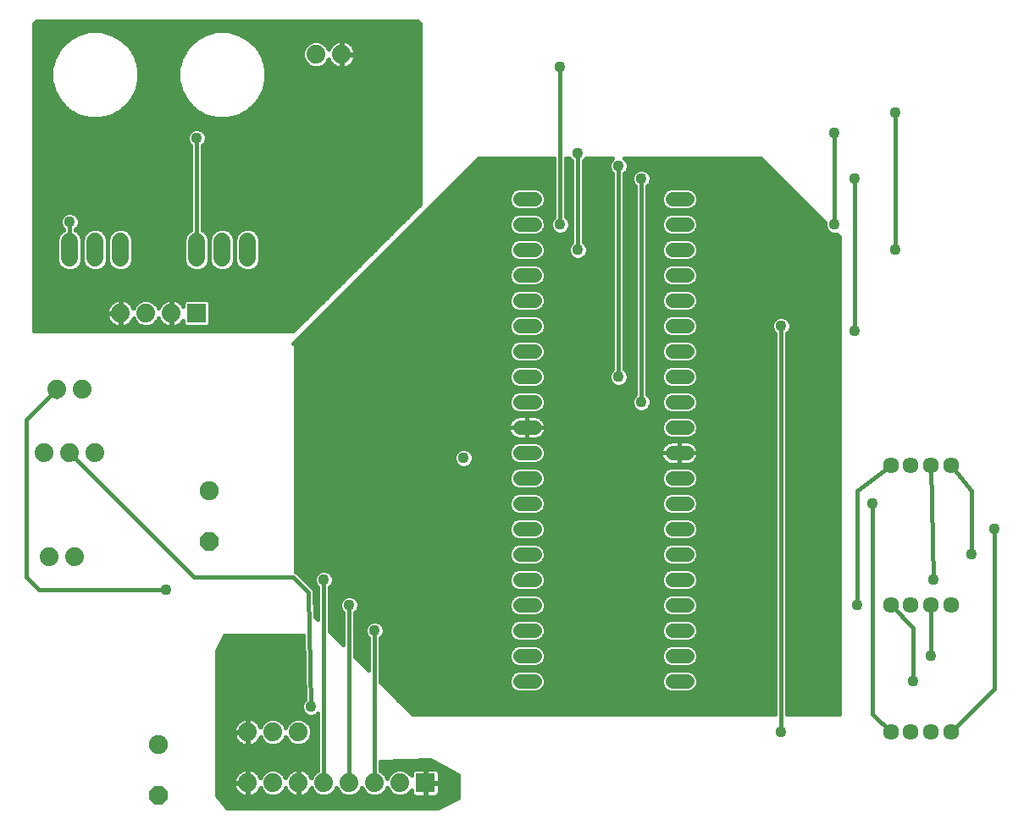
<source format=gbl>
G75*
G70*
%OFA0B0*%
%FSLAX24Y24*%
%IPPOS*%
%LPD*%
%AMOC8*
5,1,8,0,0,1.08239X$1,22.5*
%
%ADD10C,0.0560*%
%ADD11C,0.0750*%
%ADD12OC8,0.0750*%
%ADD13C,0.0634*%
%ADD14C,0.0740*%
%ADD15R,0.0740X0.0740*%
%ADD16C,0.0680*%
%ADD17C,0.0500*%
%ADD18C,0.0436*%
%ADD19C,0.0160*%
D10*
X020204Y005893D02*
X020764Y005893D01*
X020764Y006893D02*
X020204Y006893D01*
X020204Y007893D02*
X020764Y007893D01*
X020764Y008893D02*
X020204Y008893D01*
X020204Y009893D02*
X020764Y009893D01*
X020764Y010893D02*
X020204Y010893D01*
X020204Y011893D02*
X020764Y011893D01*
X020764Y012893D02*
X020204Y012893D01*
X020204Y013893D02*
X020764Y013893D01*
X020764Y014893D02*
X020204Y014893D01*
X020204Y015893D02*
X020764Y015893D01*
X020764Y016893D02*
X020204Y016893D01*
X020204Y017893D02*
X020764Y017893D01*
X020764Y018893D02*
X020204Y018893D01*
X020204Y019893D02*
X020764Y019893D01*
X020764Y020893D02*
X020204Y020893D01*
X020204Y021893D02*
X020764Y021893D01*
X020764Y022893D02*
X020204Y022893D01*
X020204Y023893D02*
X020764Y023893D01*
X020764Y024893D02*
X020204Y024893D01*
X026204Y024893D02*
X026764Y024893D01*
X026764Y023893D02*
X026204Y023893D01*
X026204Y022893D02*
X026764Y022893D01*
X026764Y021893D02*
X026204Y021893D01*
X026204Y020893D02*
X026764Y020893D01*
X026764Y019893D02*
X026204Y019893D01*
X026204Y018893D02*
X026764Y018893D01*
X026764Y017893D02*
X026204Y017893D01*
X026204Y016893D02*
X026764Y016893D01*
X026764Y015893D02*
X026204Y015893D01*
X026204Y014893D02*
X026764Y014893D01*
X026764Y013893D02*
X026204Y013893D01*
X026204Y012893D02*
X026764Y012893D01*
X026764Y011893D02*
X026204Y011893D01*
X026204Y010893D02*
X026764Y010893D01*
X026764Y009893D02*
X026204Y009893D01*
X026204Y008893D02*
X026764Y008893D01*
X026764Y007893D02*
X026204Y007893D01*
X026204Y006893D02*
X026764Y006893D01*
X026764Y005893D02*
X026204Y005893D01*
D11*
X007984Y013393D03*
X005984Y003393D03*
D12*
X005984Y001393D03*
X007984Y011393D03*
D13*
X034803Y008893D03*
X035590Y008893D03*
X036377Y008893D03*
X037165Y008893D03*
X037165Y003893D03*
X036377Y003893D03*
X035590Y003893D03*
X034803Y003893D03*
X034803Y014393D03*
X035590Y014393D03*
X036377Y014393D03*
X037165Y014393D03*
D14*
X015484Y001893D03*
X014484Y001893D03*
X013484Y001893D03*
X012484Y001893D03*
X011484Y001893D03*
X010484Y001893D03*
X009484Y001893D03*
X009484Y003893D03*
X010484Y003893D03*
X011484Y003893D03*
X002684Y010793D03*
X001684Y010793D03*
X001484Y014893D03*
X002484Y014893D03*
X003484Y014893D03*
X002984Y017393D03*
X001984Y017393D03*
X004484Y020393D03*
X005484Y020393D03*
X006484Y020393D03*
X012184Y030593D03*
X013184Y030593D03*
D15*
X007484Y020393D03*
X016484Y001893D03*
D16*
X009484Y022553D02*
X009484Y023233D01*
X008484Y023233D02*
X008484Y022553D01*
X007484Y022553D02*
X007484Y023233D01*
X004484Y023233D02*
X004484Y022553D01*
X003484Y022553D02*
X003484Y023233D01*
X002484Y023233D02*
X002484Y022553D01*
D17*
X013984Y017693D03*
X010484Y007093D03*
D18*
X011984Y004893D03*
X014484Y007893D03*
X013484Y008893D03*
X012484Y009893D03*
X016384Y014693D03*
X017984Y014693D03*
X016684Y016893D03*
X015684Y021593D03*
X014884Y024093D03*
X014584Y025893D03*
X017684Y025093D03*
X021784Y023893D03*
X022484Y022893D03*
X024984Y025693D03*
X024084Y026193D03*
X022484Y026693D03*
X021784Y030093D03*
X011484Y026693D03*
X007484Y027293D03*
X002484Y023993D03*
X006284Y009493D03*
X018184Y005793D03*
X028684Y013893D03*
X024984Y016893D03*
X024084Y017893D03*
X030484Y019893D03*
X033384Y019693D03*
X034984Y022893D03*
X032584Y023893D03*
X033384Y025693D03*
X032584Y027493D03*
X034984Y028293D03*
X034084Y012893D03*
X036484Y009893D03*
X037984Y010893D03*
X038884Y011893D03*
X036384Y006893D03*
X035684Y005893D03*
X033484Y008893D03*
X030484Y003893D03*
D19*
X030484Y019893D01*
X030862Y019894D02*
X032784Y019894D01*
X032784Y020052D02*
X030827Y020052D01*
X030804Y020107D02*
X030698Y020214D01*
X030559Y020271D01*
X030409Y020271D01*
X030270Y020214D01*
X030163Y020107D01*
X030106Y019968D01*
X030106Y019818D01*
X030163Y019679D01*
X030244Y019598D01*
X030244Y004593D01*
X015984Y004593D01*
X014724Y005853D01*
X014724Y007598D01*
X014804Y007679D01*
X014862Y007818D01*
X014862Y007968D01*
X014804Y008107D01*
X014698Y008214D01*
X014559Y008271D01*
X014409Y008271D01*
X014270Y008214D01*
X014163Y008107D01*
X014106Y007968D01*
X014106Y007818D01*
X014163Y007679D01*
X014244Y007598D01*
X014244Y006333D01*
X013724Y006853D01*
X013724Y008598D01*
X013804Y008679D01*
X013862Y008818D01*
X013862Y008968D01*
X013804Y009107D01*
X013698Y009214D01*
X013559Y009271D01*
X013409Y009271D01*
X013270Y009214D01*
X013163Y009107D01*
X013106Y008968D01*
X013106Y008818D01*
X013163Y008679D01*
X013244Y008598D01*
X013244Y007333D01*
X012724Y007853D01*
X012724Y009598D01*
X012804Y009679D01*
X012862Y009818D01*
X012862Y009968D01*
X012804Y010107D01*
X012698Y010214D01*
X012559Y010271D01*
X012409Y010271D01*
X012270Y010214D01*
X012163Y010107D01*
X012106Y009968D01*
X012106Y009818D01*
X012163Y009679D01*
X012244Y009598D01*
X012244Y008333D01*
X012145Y008432D01*
X012124Y009397D01*
X012124Y009441D01*
X012123Y009443D01*
X012123Y009446D01*
X012104Y009488D01*
X012087Y009529D01*
X012085Y009531D01*
X012084Y009533D01*
X012051Y009565D01*
X011487Y010129D01*
X011420Y010196D01*
X011384Y010211D01*
X011384Y019193D01*
X011284Y019193D01*
X018584Y026493D01*
X021544Y026493D01*
X021544Y024188D01*
X021463Y024107D01*
X021406Y023968D01*
X021406Y023818D01*
X021463Y023679D01*
X021570Y023573D01*
X021709Y023515D01*
X021859Y023515D01*
X021998Y023573D01*
X022104Y023679D01*
X022162Y023818D01*
X022162Y023968D01*
X022104Y024107D01*
X022024Y024188D01*
X022024Y026493D01*
X022157Y026493D01*
X022163Y026479D01*
X022244Y026398D01*
X022244Y023188D01*
X022163Y023107D01*
X022106Y022968D01*
X022106Y022818D01*
X022163Y022679D01*
X022270Y022573D01*
X022409Y022515D01*
X022559Y022515D01*
X022698Y022573D01*
X022804Y022679D01*
X022862Y022818D01*
X022862Y022968D01*
X022804Y023107D01*
X022724Y023188D01*
X022724Y026398D01*
X022804Y026479D01*
X022810Y026493D01*
X023849Y026493D01*
X023763Y026407D01*
X023706Y026268D01*
X023706Y026118D01*
X023763Y025979D01*
X023844Y025898D01*
X023844Y018188D01*
X023763Y018107D01*
X023706Y017968D01*
X023706Y017818D01*
X023763Y017679D01*
X023870Y017573D01*
X024009Y017515D01*
X024159Y017515D01*
X024298Y017573D01*
X024404Y017679D01*
X024462Y017818D01*
X024462Y017968D01*
X024404Y018107D01*
X024324Y018188D01*
X024324Y025898D01*
X024404Y025979D01*
X024462Y026118D01*
X024462Y026268D01*
X024404Y026407D01*
X024318Y026493D01*
X029684Y026493D01*
X032207Y023970D01*
X032206Y023968D01*
X032206Y023818D01*
X032263Y023679D01*
X032370Y023573D01*
X032509Y023515D01*
X032659Y023515D01*
X032661Y023516D01*
X032784Y023393D01*
X032784Y004593D01*
X030724Y004593D01*
X030724Y019598D01*
X030804Y019679D01*
X030862Y019818D01*
X030862Y019968D01*
X030804Y020107D01*
X030701Y020211D02*
X032784Y020211D01*
X032784Y020370D02*
X025224Y020370D01*
X025224Y020528D02*
X025946Y020528D01*
X025955Y020520D02*
X026116Y020453D01*
X026851Y020453D01*
X027013Y020520D01*
X027137Y020644D01*
X027204Y020806D01*
X027204Y020981D01*
X027137Y021142D01*
X027013Y021266D01*
X026851Y021333D01*
X026116Y021333D01*
X025955Y021266D01*
X025831Y021142D01*
X025764Y020981D01*
X025764Y020806D01*
X025831Y020644D01*
X025955Y020520D01*
X025813Y020687D02*
X025224Y020687D01*
X025224Y020845D02*
X025764Y020845D01*
X025773Y021004D02*
X025224Y021004D01*
X025224Y021162D02*
X025851Y021162D01*
X026087Y021321D02*
X025224Y021321D01*
X025224Y021479D02*
X026053Y021479D01*
X026116Y021453D02*
X025955Y021520D01*
X025831Y021644D01*
X025764Y021806D01*
X025764Y021981D01*
X025831Y022142D01*
X025955Y022266D01*
X026116Y022333D01*
X026851Y022333D01*
X027013Y022266D01*
X027137Y022142D01*
X027204Y021981D01*
X027204Y021806D01*
X027137Y021644D01*
X027013Y021520D01*
X026851Y021453D01*
X026116Y021453D01*
X025837Y021638D02*
X025224Y021638D01*
X025224Y021796D02*
X025768Y021796D01*
X025764Y021955D02*
X025224Y021955D01*
X025224Y022114D02*
X025819Y022114D01*
X025969Y022272D02*
X025224Y022272D01*
X025224Y022431D02*
X032784Y022431D01*
X032784Y022589D02*
X027082Y022589D01*
X027137Y022644D02*
X027204Y022806D01*
X027204Y022981D01*
X027137Y023142D01*
X027013Y023266D01*
X026851Y023333D01*
X026116Y023333D01*
X025955Y023266D01*
X025831Y023142D01*
X025764Y022981D01*
X025764Y022806D01*
X025831Y022644D01*
X025955Y022520D01*
X026116Y022453D01*
X026851Y022453D01*
X027013Y022520D01*
X027137Y022644D01*
X027180Y022748D02*
X032784Y022748D01*
X032784Y022906D02*
X027204Y022906D01*
X027169Y023065D02*
X032784Y023065D01*
X032784Y023223D02*
X027056Y023223D01*
X027013Y023520D02*
X026851Y023453D01*
X026116Y023453D01*
X025955Y023520D01*
X025831Y023644D01*
X025764Y023806D01*
X025764Y023981D01*
X025831Y024142D01*
X025955Y024266D01*
X026116Y024333D01*
X026851Y024333D01*
X027013Y024266D01*
X027137Y024142D01*
X027204Y023981D01*
X027204Y023806D01*
X027137Y023644D01*
X027013Y023520D01*
X027033Y023540D02*
X032447Y023540D01*
X032255Y023699D02*
X027160Y023699D01*
X027204Y023857D02*
X032206Y023857D01*
X032161Y024016D02*
X027189Y024016D01*
X027104Y024175D02*
X032002Y024175D01*
X031844Y024333D02*
X025224Y024333D01*
X025224Y024175D02*
X025863Y024175D01*
X025778Y024016D02*
X025224Y024016D01*
X025224Y023857D02*
X025764Y023857D01*
X025808Y023699D02*
X025224Y023699D01*
X025224Y023540D02*
X025934Y023540D01*
X025912Y023223D02*
X025224Y023223D01*
X025224Y023065D02*
X025799Y023065D01*
X025764Y022906D02*
X025224Y022906D01*
X025224Y022748D02*
X025788Y022748D01*
X025885Y022589D02*
X025224Y022589D01*
X024744Y022589D02*
X024324Y022589D01*
X024324Y022431D02*
X024744Y022431D01*
X024744Y022272D02*
X024324Y022272D01*
X024324Y022114D02*
X024744Y022114D01*
X024744Y021955D02*
X024324Y021955D01*
X024324Y021796D02*
X024744Y021796D01*
X024744Y021638D02*
X024324Y021638D01*
X024324Y021479D02*
X024744Y021479D01*
X024744Y021321D02*
X024324Y021321D01*
X024324Y021162D02*
X024744Y021162D01*
X024744Y021004D02*
X024324Y021004D01*
X024324Y020845D02*
X024744Y020845D01*
X024744Y020687D02*
X024324Y020687D01*
X024324Y020528D02*
X024744Y020528D01*
X024744Y020370D02*
X024324Y020370D01*
X024324Y020211D02*
X024744Y020211D01*
X024744Y020052D02*
X024324Y020052D01*
X024324Y019894D02*
X024744Y019894D01*
X024744Y019735D02*
X024324Y019735D01*
X024324Y019577D02*
X024744Y019577D01*
X024744Y019418D02*
X024324Y019418D01*
X024324Y019260D02*
X024744Y019260D01*
X024744Y019101D02*
X024324Y019101D01*
X024324Y018943D02*
X024744Y018943D01*
X024744Y018784D02*
X024324Y018784D01*
X024324Y018626D02*
X024744Y018626D01*
X024744Y018467D02*
X024324Y018467D01*
X024324Y018308D02*
X024744Y018308D01*
X024744Y018150D02*
X024362Y018150D01*
X024452Y017991D02*
X024744Y017991D01*
X024744Y017833D02*
X024462Y017833D01*
X024400Y017674D02*
X024744Y017674D01*
X024744Y017516D02*
X024161Y017516D01*
X024007Y017516D02*
X021003Y017516D01*
X021013Y017520D02*
X021137Y017644D01*
X021204Y017806D01*
X021204Y017981D01*
X021137Y018142D01*
X021013Y018266D01*
X020851Y018333D01*
X020116Y018333D01*
X019955Y018266D01*
X019831Y018142D01*
X019764Y017981D01*
X019764Y017806D01*
X019831Y017644D01*
X019955Y017520D01*
X020116Y017453D01*
X020851Y017453D01*
X021013Y017520D01*
X021149Y017674D02*
X023768Y017674D01*
X023706Y017833D02*
X021204Y017833D01*
X021199Y017991D02*
X023715Y017991D01*
X023806Y018150D02*
X021129Y018150D01*
X020911Y018308D02*
X023844Y018308D01*
X023844Y018467D02*
X020885Y018467D01*
X020851Y018453D02*
X021013Y018520D01*
X021137Y018644D01*
X021204Y018806D01*
X021204Y018981D01*
X021137Y019142D01*
X021013Y019266D01*
X020851Y019333D01*
X020116Y019333D01*
X019955Y019266D01*
X019831Y019142D01*
X019764Y018981D01*
X019764Y018806D01*
X019831Y018644D01*
X019955Y018520D01*
X020116Y018453D01*
X020851Y018453D01*
X021119Y018626D02*
X023844Y018626D01*
X023844Y018784D02*
X021195Y018784D01*
X021204Y018943D02*
X023844Y018943D01*
X023844Y019101D02*
X021154Y019101D01*
X021019Y019260D02*
X023844Y019260D01*
X023844Y019418D02*
X011509Y019418D01*
X011350Y019260D02*
X019948Y019260D01*
X019814Y019101D02*
X011384Y019101D01*
X011384Y018943D02*
X019764Y018943D01*
X019773Y018784D02*
X011384Y018784D01*
X011384Y018626D02*
X019849Y018626D01*
X020083Y018467D02*
X011384Y018467D01*
X011384Y018308D02*
X020057Y018308D01*
X019838Y018150D02*
X011384Y018150D01*
X011384Y017991D02*
X019768Y017991D01*
X019764Y017833D02*
X011384Y017833D01*
X011384Y017674D02*
X019818Y017674D01*
X019965Y017516D02*
X011384Y017516D01*
X011384Y017357D02*
X024744Y017357D01*
X024744Y017199D02*
X021080Y017199D01*
X021137Y017142D02*
X021013Y017266D01*
X020851Y017333D01*
X020116Y017333D01*
X019955Y017266D01*
X019831Y017142D01*
X019764Y016981D01*
X019764Y016806D01*
X019831Y016644D01*
X019955Y016520D01*
X020116Y016453D01*
X020851Y016453D01*
X021013Y016520D01*
X021137Y016644D01*
X021204Y016806D01*
X021204Y016981D01*
X021137Y017142D01*
X021179Y017040D02*
X024635Y017040D01*
X024663Y017107D02*
X024606Y016968D01*
X024606Y016818D01*
X024663Y016679D01*
X024770Y016573D01*
X024909Y016515D01*
X025059Y016515D01*
X025198Y016573D01*
X025304Y016679D01*
X025362Y016818D01*
X025362Y016968D01*
X025304Y017107D01*
X025224Y017188D01*
X025224Y025398D01*
X025304Y025479D01*
X025362Y025618D01*
X025362Y025768D01*
X025304Y025907D01*
X025198Y026014D01*
X025059Y026071D01*
X024909Y026071D01*
X024770Y026014D01*
X024663Y025907D01*
X024606Y025768D01*
X024606Y025618D01*
X024663Y025479D01*
X024744Y025398D01*
X024744Y017188D01*
X024663Y017107D01*
X024606Y016882D02*
X021204Y016882D01*
X021170Y016723D02*
X024645Y016723D01*
X024789Y016564D02*
X021057Y016564D01*
X020940Y016319D02*
X020871Y016342D01*
X020800Y016353D01*
X020484Y016353D01*
X020484Y015893D01*
X020484Y015893D01*
X021224Y015893D01*
X021224Y015857D01*
X021212Y015785D01*
X021190Y015716D01*
X021157Y015652D01*
X021115Y015593D01*
X021063Y015542D01*
X021005Y015500D01*
X020940Y015467D01*
X020871Y015444D01*
X020800Y015433D01*
X020484Y015433D01*
X020484Y015893D01*
X021224Y015893D01*
X021224Y015929D01*
X021212Y016001D01*
X021190Y016070D01*
X021157Y016134D01*
X021115Y016193D01*
X021063Y016244D01*
X021005Y016286D01*
X020940Y016319D01*
X021059Y016247D02*
X025936Y016247D01*
X025955Y016266D02*
X025831Y016142D01*
X025764Y015981D01*
X025764Y015806D01*
X025831Y015644D01*
X025955Y015520D01*
X026116Y015453D01*
X026851Y015453D01*
X027013Y015520D01*
X027137Y015644D01*
X027204Y015806D01*
X027204Y015981D01*
X027137Y016142D01*
X027013Y016266D01*
X026851Y016333D01*
X026116Y016333D01*
X025955Y016266D01*
X025809Y016089D02*
X021180Y016089D01*
X021224Y015930D02*
X025764Y015930D01*
X025778Y015772D02*
X021208Y015772D01*
X021129Y015613D02*
X025861Y015613D01*
X026112Y015455D02*
X020903Y015455D01*
X020851Y015333D02*
X020116Y015333D01*
X019955Y015266D01*
X019831Y015142D01*
X019764Y014981D01*
X019764Y014806D01*
X019831Y014644D01*
X019955Y014520D01*
X020116Y014453D01*
X020851Y014453D01*
X021013Y014520D01*
X021137Y014644D01*
X021204Y014806D01*
X021204Y014981D01*
X021137Y015142D01*
X021013Y015266D01*
X020851Y015333D01*
X020940Y015296D02*
X025982Y015296D01*
X025963Y015286D02*
X025904Y015244D01*
X025853Y015193D01*
X025810Y015134D01*
X025777Y015070D01*
X025755Y015001D01*
X025744Y014929D01*
X025744Y014893D01*
X025744Y014857D01*
X025755Y014785D01*
X025777Y014716D01*
X025810Y014652D01*
X025853Y014593D01*
X025904Y014542D01*
X025963Y014500D01*
X026027Y014467D01*
X026096Y014444D01*
X026168Y014433D01*
X026484Y014433D01*
X026800Y014433D01*
X026871Y014444D01*
X026940Y014467D01*
X027005Y014500D01*
X027063Y014542D01*
X027115Y014593D01*
X027157Y014652D01*
X027190Y014716D01*
X027212Y014785D01*
X027224Y014857D01*
X027224Y014893D01*
X026484Y014893D01*
X026484Y014893D01*
X027224Y014893D01*
X027224Y014929D01*
X027212Y015001D01*
X027190Y015070D01*
X027157Y015134D01*
X027115Y015193D01*
X027063Y015244D01*
X027005Y015286D01*
X026940Y015319D01*
X026871Y015342D01*
X026800Y015353D01*
X026484Y015353D01*
X026484Y014893D01*
X026484Y014433D01*
X026484Y014893D01*
X026484Y014893D01*
X026484Y014893D01*
X026484Y015353D01*
X026168Y015353D01*
X026096Y015342D01*
X026027Y015319D01*
X025963Y015286D01*
X025813Y015138D02*
X021139Y015138D01*
X021204Y014979D02*
X025752Y014979D01*
X025744Y014893D02*
X026483Y014893D01*
X025744Y014893D01*
X025750Y014821D02*
X021204Y014821D01*
X021144Y014662D02*
X025805Y014662D01*
X025957Y014503D02*
X020973Y014503D01*
X020851Y014333D02*
X020116Y014333D01*
X019955Y014266D01*
X019831Y014142D01*
X019764Y013981D01*
X019764Y013806D01*
X019831Y013644D01*
X019955Y013520D01*
X020116Y013453D01*
X020851Y013453D01*
X021013Y013520D01*
X021137Y013644D01*
X021204Y013806D01*
X021204Y013981D01*
X021137Y014142D01*
X021013Y014266D01*
X020851Y014333D01*
X021093Y014186D02*
X025875Y014186D01*
X025831Y014142D02*
X025955Y014266D01*
X026116Y014333D01*
X026851Y014333D01*
X027013Y014266D01*
X027137Y014142D01*
X027204Y013981D01*
X027204Y013806D01*
X027137Y013644D01*
X027013Y013520D01*
X026851Y013453D01*
X026116Y013453D01*
X025955Y013520D01*
X025831Y013644D01*
X025764Y013806D01*
X025764Y013981D01*
X025831Y014142D01*
X025783Y014028D02*
X021184Y014028D01*
X021204Y013869D02*
X025764Y013869D01*
X025803Y013711D02*
X021164Y013711D01*
X021045Y013552D02*
X025922Y013552D01*
X025955Y013266D02*
X025831Y013142D01*
X025764Y012981D01*
X025764Y012806D01*
X025831Y012644D01*
X025955Y012520D01*
X026116Y012453D01*
X026851Y012453D01*
X027013Y012520D01*
X027137Y012644D01*
X027204Y012806D01*
X027204Y012981D01*
X027137Y013142D01*
X027013Y013266D01*
X026851Y013333D01*
X026116Y013333D01*
X025955Y013266D01*
X025924Y013235D02*
X021044Y013235D01*
X021013Y013266D02*
X020851Y013333D01*
X020116Y013333D01*
X019955Y013266D01*
X019831Y013142D01*
X019764Y012981D01*
X019764Y012806D01*
X019831Y012644D01*
X019955Y012520D01*
X020116Y012453D01*
X020851Y012453D01*
X021013Y012520D01*
X021137Y012644D01*
X021204Y012806D01*
X021204Y012981D01*
X021137Y013142D01*
X021013Y013266D01*
X021164Y013077D02*
X025804Y013077D01*
X025764Y012918D02*
X021204Y012918D01*
X021185Y012759D02*
X025783Y012759D01*
X025874Y012601D02*
X021094Y012601D01*
X020970Y012284D02*
X025997Y012284D01*
X025955Y012266D02*
X025831Y012142D01*
X025764Y011981D01*
X025764Y011806D01*
X025831Y011644D01*
X025955Y011520D01*
X026116Y011453D01*
X026851Y011453D01*
X027013Y011520D01*
X027137Y011644D01*
X027204Y011806D01*
X027204Y011981D01*
X027137Y012142D01*
X027013Y012266D01*
X026851Y012333D01*
X026116Y012333D01*
X025955Y012266D01*
X025824Y012125D02*
X021144Y012125D01*
X021137Y012142D02*
X021013Y012266D01*
X020851Y012333D01*
X020116Y012333D01*
X019955Y012266D01*
X019831Y012142D01*
X019764Y011981D01*
X019764Y011806D01*
X019831Y011644D01*
X019955Y011520D01*
X020116Y011453D01*
X020851Y011453D01*
X021013Y011520D01*
X021137Y011644D01*
X021204Y011806D01*
X021204Y011981D01*
X021137Y012142D01*
X021204Y011967D02*
X025764Y011967D01*
X025764Y011808D02*
X021204Y011808D01*
X021139Y011650D02*
X025828Y011650D01*
X026024Y011491D02*
X020943Y011491D01*
X020852Y011333D02*
X026115Y011333D01*
X026116Y011333D02*
X025955Y011266D01*
X025831Y011142D01*
X025764Y010981D01*
X025764Y010806D01*
X025831Y010644D01*
X025955Y010520D01*
X026116Y010453D01*
X026851Y010453D01*
X027013Y010520D01*
X027137Y010644D01*
X027204Y010806D01*
X027204Y010981D01*
X027137Y011142D01*
X027013Y011266D01*
X026851Y011333D01*
X026116Y011333D01*
X025862Y011174D02*
X021105Y011174D01*
X021137Y011142D02*
X021013Y011266D01*
X020851Y011333D01*
X020116Y011333D01*
X019955Y011266D01*
X019831Y011142D01*
X019764Y010981D01*
X019764Y010806D01*
X019831Y010644D01*
X019955Y010520D01*
X020116Y010453D01*
X020851Y010453D01*
X021013Y010520D01*
X021137Y010644D01*
X021204Y010806D01*
X021204Y010981D01*
X021137Y011142D01*
X021189Y011015D02*
X025778Y011015D01*
X025764Y010857D02*
X021204Y010857D01*
X021159Y010698D02*
X025808Y010698D01*
X025935Y010540D02*
X021033Y010540D01*
X021013Y010266D02*
X020851Y010333D01*
X020116Y010333D01*
X019955Y010266D01*
X019831Y010142D01*
X019764Y009981D01*
X019764Y009806D01*
X019831Y009644D01*
X019955Y009520D01*
X020116Y009453D01*
X020851Y009453D01*
X021013Y009520D01*
X021137Y009644D01*
X021204Y009806D01*
X021204Y009981D01*
X021137Y010142D01*
X021013Y010266D01*
X021056Y010223D02*
X025911Y010223D01*
X025955Y010266D02*
X025831Y010142D01*
X025764Y009981D01*
X025764Y009806D01*
X025831Y009644D01*
X025955Y009520D01*
X026116Y009453D01*
X026851Y009453D01*
X027013Y009520D01*
X027137Y009644D01*
X027204Y009806D01*
X027204Y009981D01*
X027137Y010142D01*
X027013Y010266D01*
X026851Y010333D01*
X026116Y010333D01*
X025955Y010266D01*
X025798Y010064D02*
X021169Y010064D01*
X021204Y009906D02*
X025764Y009906D01*
X025788Y009747D02*
X021180Y009747D01*
X021082Y009589D02*
X025886Y009589D01*
X025968Y009271D02*
X021000Y009271D01*
X021013Y009266D02*
X020851Y009333D01*
X020116Y009333D01*
X019955Y009266D01*
X019831Y009142D01*
X019764Y008981D01*
X019764Y008806D01*
X019831Y008644D01*
X019955Y008520D01*
X020116Y008453D01*
X020851Y008453D01*
X021013Y008520D01*
X021137Y008644D01*
X021204Y008806D01*
X021204Y008981D01*
X021137Y009142D01*
X021013Y009266D01*
X021149Y009113D02*
X025819Y009113D01*
X025831Y009142D02*
X025764Y008981D01*
X025764Y008806D01*
X025831Y008644D01*
X025955Y008520D01*
X026116Y008453D01*
X026851Y008453D01*
X027013Y008520D01*
X027137Y008644D01*
X027204Y008806D01*
X027204Y008981D01*
X027137Y009142D01*
X027013Y009266D01*
X026851Y009333D01*
X026116Y009333D01*
X025955Y009266D01*
X025831Y009142D01*
X025764Y008954D02*
X021204Y008954D01*
X021200Y008796D02*
X025768Y008796D01*
X025837Y008637D02*
X021130Y008637D01*
X020913Y008479D02*
X026054Y008479D01*
X026116Y008333D02*
X025955Y008266D01*
X025831Y008142D01*
X025764Y007981D01*
X025764Y007806D01*
X025831Y007644D01*
X025955Y007520D01*
X026116Y007453D01*
X026851Y007453D01*
X027013Y007520D01*
X027137Y007644D01*
X027204Y007806D01*
X027204Y007981D01*
X027137Y008142D01*
X027013Y008266D01*
X026851Y008333D01*
X026116Y008333D01*
X026085Y008320D02*
X020882Y008320D01*
X020851Y008333D02*
X020116Y008333D01*
X019955Y008266D01*
X019831Y008142D01*
X019764Y007981D01*
X019764Y007806D01*
X019831Y007644D01*
X019955Y007520D01*
X020116Y007453D01*
X020851Y007453D01*
X021013Y007520D01*
X021137Y007644D01*
X021204Y007806D01*
X021204Y007981D01*
X021137Y008142D01*
X021013Y008266D01*
X020851Y008333D01*
X021117Y008162D02*
X025850Y008162D01*
X025773Y008003D02*
X021194Y008003D01*
X021204Y007845D02*
X025764Y007845D01*
X025813Y007686D02*
X021154Y007686D01*
X021020Y007528D02*
X025947Y007528D01*
X026116Y007333D02*
X025955Y007266D01*
X025831Y007142D01*
X025764Y006981D01*
X025764Y006806D01*
X025831Y006644D01*
X025955Y006520D01*
X026116Y006453D01*
X026851Y006453D01*
X027013Y006520D01*
X027137Y006644D01*
X027204Y006806D01*
X027204Y006981D01*
X027137Y007142D01*
X027013Y007266D01*
X026851Y007333D01*
X026116Y007333D01*
X025899Y007210D02*
X021069Y007210D01*
X021013Y007266D02*
X020851Y007333D01*
X020116Y007333D01*
X019955Y007266D01*
X019831Y007142D01*
X019764Y006981D01*
X019764Y006806D01*
X019831Y006644D01*
X019955Y006520D01*
X020116Y006453D01*
X020851Y006453D01*
X021013Y006520D01*
X021137Y006644D01*
X021204Y006806D01*
X021204Y006981D01*
X021137Y007142D01*
X021013Y007266D01*
X021174Y007052D02*
X025793Y007052D01*
X025764Y006893D02*
X021204Y006893D01*
X021174Y006735D02*
X025793Y006735D01*
X025898Y006576D02*
X021069Y006576D01*
X021013Y006266D02*
X020851Y006333D01*
X020116Y006333D01*
X019955Y006266D01*
X019831Y006142D01*
X019764Y005981D01*
X019764Y005806D01*
X019831Y005644D01*
X019955Y005520D01*
X020116Y005453D01*
X020851Y005453D01*
X021013Y005520D01*
X021137Y005644D01*
X021204Y005806D01*
X021204Y005981D01*
X021137Y006142D01*
X021013Y006266D01*
X021020Y006259D02*
X025948Y006259D01*
X025955Y006266D02*
X025831Y006142D01*
X025764Y005981D01*
X025764Y005806D01*
X025831Y005644D01*
X025955Y005520D01*
X026116Y005453D01*
X026851Y005453D01*
X027013Y005520D01*
X027137Y005644D01*
X027204Y005806D01*
X027204Y005981D01*
X027137Y006142D01*
X027013Y006266D01*
X026851Y006333D01*
X026116Y006333D01*
X025955Y006266D01*
X025814Y006101D02*
X021154Y006101D01*
X021204Y005942D02*
X025764Y005942D01*
X025773Y005784D02*
X021195Y005784D01*
X021118Y005625D02*
X025850Y005625D01*
X026084Y005466D02*
X020884Y005466D01*
X020084Y005466D02*
X015110Y005466D01*
X015269Y005308D02*
X030244Y005308D01*
X030244Y005466D02*
X026884Y005466D01*
X027118Y005625D02*
X030244Y005625D01*
X030244Y005784D02*
X027195Y005784D01*
X027204Y005942D02*
X030244Y005942D01*
X030244Y006101D02*
X027154Y006101D01*
X027020Y006259D02*
X030244Y006259D01*
X030244Y006418D02*
X014724Y006418D01*
X014724Y006576D02*
X019898Y006576D01*
X019793Y006735D02*
X014724Y006735D01*
X014724Y006893D02*
X019764Y006893D01*
X019793Y007052D02*
X014724Y007052D01*
X014724Y007210D02*
X019899Y007210D01*
X019947Y007528D02*
X014724Y007528D01*
X014724Y007369D02*
X030244Y007369D01*
X030244Y007528D02*
X027020Y007528D01*
X027154Y007686D02*
X030244Y007686D01*
X030244Y007845D02*
X027204Y007845D01*
X027194Y008003D02*
X030244Y008003D01*
X030244Y008162D02*
X027117Y008162D01*
X026882Y008320D02*
X030244Y008320D01*
X030244Y008479D02*
X026913Y008479D01*
X027130Y008637D02*
X030244Y008637D01*
X030244Y008796D02*
X027200Y008796D01*
X027204Y008954D02*
X030244Y008954D01*
X030244Y009113D02*
X027149Y009113D01*
X027000Y009271D02*
X030244Y009271D01*
X030244Y009430D02*
X012724Y009430D01*
X012724Y009271D02*
X019968Y009271D01*
X019819Y009113D02*
X013799Y009113D01*
X013862Y008954D02*
X019764Y008954D01*
X019768Y008796D02*
X013853Y008796D01*
X013763Y008637D02*
X019837Y008637D01*
X020054Y008479D02*
X013724Y008479D01*
X013724Y008320D02*
X020085Y008320D01*
X019850Y008162D02*
X014750Y008162D01*
X014847Y008003D02*
X019773Y008003D01*
X019764Y007845D02*
X014862Y007845D01*
X014807Y007686D02*
X019813Y007686D01*
X019948Y006259D02*
X014724Y006259D01*
X014724Y006101D02*
X019814Y006101D01*
X019764Y005942D02*
X014724Y005942D01*
X014793Y005784D02*
X019773Y005784D01*
X019850Y005625D02*
X014952Y005625D01*
X015427Y005149D02*
X030244Y005149D01*
X030244Y004991D02*
X015586Y004991D01*
X015745Y004832D02*
X030244Y004832D01*
X030244Y004674D02*
X015903Y004674D01*
X014244Y006418D02*
X014159Y006418D01*
X014244Y006576D02*
X014001Y006576D01*
X013842Y006735D02*
X014244Y006735D01*
X014244Y006893D02*
X013724Y006893D01*
X013724Y007052D02*
X014244Y007052D01*
X014244Y007210D02*
X013724Y007210D01*
X013724Y007369D02*
X014244Y007369D01*
X014244Y007528D02*
X013724Y007528D01*
X013724Y007686D02*
X014160Y007686D01*
X014106Y007845D02*
X013724Y007845D01*
X013724Y008003D02*
X014120Y008003D01*
X014218Y008162D02*
X013724Y008162D01*
X013244Y008162D02*
X012724Y008162D01*
X012724Y008320D02*
X013244Y008320D01*
X013244Y008479D02*
X012724Y008479D01*
X012724Y008637D02*
X013205Y008637D01*
X013115Y008796D02*
X012724Y008796D01*
X012724Y008954D02*
X013106Y008954D01*
X013169Y009113D02*
X012724Y009113D01*
X012724Y009589D02*
X019886Y009589D01*
X019788Y009747D02*
X012833Y009747D01*
X012862Y009906D02*
X019764Y009906D01*
X019798Y010064D02*
X012822Y010064D01*
X012676Y010223D02*
X019911Y010223D01*
X019935Y010540D02*
X011384Y010540D01*
X011384Y010698D02*
X019808Y010698D01*
X019764Y010857D02*
X011384Y010857D01*
X011384Y011015D02*
X019778Y011015D01*
X019862Y011174D02*
X011384Y011174D01*
X011384Y011333D02*
X020115Y011333D01*
X020024Y011491D02*
X011384Y011491D01*
X011384Y011650D02*
X019828Y011650D01*
X019764Y011808D02*
X011384Y011808D01*
X011384Y011967D02*
X019764Y011967D01*
X019824Y012125D02*
X011384Y012125D01*
X011384Y012284D02*
X019997Y012284D01*
X019874Y012601D02*
X011384Y012601D01*
X011384Y012759D02*
X019783Y012759D01*
X019764Y012918D02*
X011384Y012918D01*
X011384Y013077D02*
X019804Y013077D01*
X019924Y013235D02*
X011384Y013235D01*
X011384Y013394D02*
X030244Y013394D01*
X030244Y013552D02*
X027045Y013552D01*
X027164Y013711D02*
X030244Y013711D01*
X030244Y013869D02*
X027204Y013869D01*
X027184Y014028D02*
X030244Y014028D01*
X030244Y014186D02*
X027093Y014186D01*
X027010Y014503D02*
X030244Y014503D01*
X030244Y014345D02*
X018131Y014345D01*
X018198Y014373D02*
X018304Y014479D01*
X018362Y014618D01*
X018362Y014768D01*
X018304Y014907D01*
X018198Y015014D01*
X018059Y015071D01*
X017909Y015071D01*
X017770Y015014D01*
X017663Y014907D01*
X017606Y014768D01*
X017606Y014618D01*
X017663Y014479D01*
X017770Y014373D01*
X017909Y014315D01*
X018059Y014315D01*
X018198Y014373D01*
X018314Y014503D02*
X019995Y014503D01*
X019823Y014662D02*
X018362Y014662D01*
X018340Y014821D02*
X019764Y014821D01*
X019764Y014979D02*
X018232Y014979D01*
X017735Y014979D02*
X011384Y014979D01*
X011384Y014821D02*
X017627Y014821D01*
X017606Y014662D02*
X011384Y014662D01*
X011384Y014503D02*
X017653Y014503D01*
X017836Y014345D02*
X011384Y014345D01*
X011384Y014186D02*
X019875Y014186D01*
X019783Y014028D02*
X011384Y014028D01*
X011384Y013869D02*
X019764Y013869D01*
X019803Y013711D02*
X011384Y013711D01*
X011384Y013552D02*
X019922Y013552D01*
X019829Y015138D02*
X011384Y015138D01*
X011384Y015296D02*
X020027Y015296D01*
X020064Y015455D02*
X011384Y015455D01*
X011384Y015613D02*
X019838Y015613D01*
X019853Y015593D02*
X019810Y015652D01*
X019777Y015716D01*
X019755Y015785D01*
X019744Y015857D01*
X019744Y015893D01*
X020483Y015893D01*
X020483Y015893D01*
X019744Y015893D01*
X019744Y015929D01*
X019755Y016001D01*
X019777Y016070D01*
X019810Y016134D01*
X019853Y016193D01*
X019904Y016244D01*
X019963Y016286D01*
X020027Y016319D01*
X020096Y016342D01*
X020168Y016353D01*
X020484Y016353D01*
X020484Y015893D01*
X020484Y015893D01*
X020484Y015893D01*
X020484Y015433D01*
X020168Y015433D01*
X020096Y015444D01*
X020027Y015467D01*
X019963Y015500D01*
X019904Y015542D01*
X019853Y015593D01*
X019759Y015772D02*
X011384Y015772D01*
X011384Y015930D02*
X019744Y015930D01*
X019787Y016089D02*
X011384Y016089D01*
X011384Y016247D02*
X019909Y016247D01*
X019910Y016564D02*
X011384Y016564D01*
X011384Y016406D02*
X030244Y016406D01*
X030244Y016564D02*
X027057Y016564D01*
X027013Y016520D02*
X027137Y016644D01*
X027204Y016806D01*
X027204Y016981D01*
X027137Y017142D01*
X027013Y017266D01*
X026851Y017333D01*
X026116Y017333D01*
X025955Y017266D01*
X025831Y017142D01*
X025764Y016981D01*
X025764Y016806D01*
X025831Y016644D01*
X025955Y016520D01*
X026116Y016453D01*
X026851Y016453D01*
X027013Y016520D01*
X027170Y016723D02*
X030244Y016723D01*
X030244Y016882D02*
X027204Y016882D01*
X027179Y017040D02*
X030244Y017040D01*
X030244Y017199D02*
X027080Y017199D01*
X027003Y017516D02*
X030244Y017516D01*
X030244Y017674D02*
X027149Y017674D01*
X027137Y017644D02*
X027204Y017806D01*
X027204Y017981D01*
X027137Y018142D01*
X027013Y018266D01*
X026851Y018333D01*
X026116Y018333D01*
X025955Y018266D01*
X025831Y018142D01*
X025764Y017981D01*
X025764Y017806D01*
X025831Y017644D01*
X025955Y017520D01*
X026116Y017453D01*
X026851Y017453D01*
X027013Y017520D01*
X027137Y017644D01*
X027204Y017833D02*
X030244Y017833D01*
X030244Y017991D02*
X027199Y017991D01*
X027129Y018150D02*
X030244Y018150D01*
X030244Y018308D02*
X026911Y018308D01*
X026851Y018453D02*
X027013Y018520D01*
X027137Y018644D01*
X027204Y018806D01*
X027204Y018981D01*
X027137Y019142D01*
X027013Y019266D01*
X026851Y019333D01*
X026116Y019333D01*
X025955Y019266D01*
X025831Y019142D01*
X025764Y018981D01*
X025764Y018806D01*
X025831Y018644D01*
X025955Y018520D01*
X026116Y018453D01*
X026851Y018453D01*
X026885Y018467D02*
X030244Y018467D01*
X030244Y018626D02*
X027119Y018626D01*
X027195Y018784D02*
X030244Y018784D01*
X030244Y018943D02*
X027204Y018943D01*
X027154Y019101D02*
X030244Y019101D01*
X030244Y019260D02*
X027019Y019260D01*
X026851Y019453D02*
X027013Y019520D01*
X027137Y019644D01*
X027204Y019806D01*
X027204Y019981D01*
X027137Y020142D01*
X027013Y020266D01*
X026851Y020333D01*
X026116Y020333D01*
X025955Y020266D01*
X025831Y020142D01*
X025764Y019981D01*
X025764Y019806D01*
X025831Y019644D01*
X025955Y019520D01*
X026116Y019453D01*
X026851Y019453D01*
X027070Y019577D02*
X030244Y019577D01*
X030244Y019418D02*
X025224Y019418D01*
X025224Y019260D02*
X025948Y019260D01*
X025814Y019101D02*
X025224Y019101D01*
X025224Y018943D02*
X025764Y018943D01*
X025773Y018784D02*
X025224Y018784D01*
X025224Y018626D02*
X025849Y018626D01*
X026083Y018467D02*
X025224Y018467D01*
X025224Y018308D02*
X026057Y018308D01*
X025838Y018150D02*
X025224Y018150D01*
X025224Y017991D02*
X025768Y017991D01*
X025764Y017833D02*
X025224Y017833D01*
X025224Y017674D02*
X025818Y017674D01*
X025965Y017516D02*
X025224Y017516D01*
X025224Y017357D02*
X030244Y017357D01*
X030724Y017357D02*
X032784Y017357D01*
X032784Y017199D02*
X030724Y017199D01*
X030724Y017040D02*
X032784Y017040D01*
X032784Y016882D02*
X030724Y016882D01*
X030724Y016723D02*
X032784Y016723D01*
X032784Y016564D02*
X030724Y016564D01*
X030724Y016406D02*
X032784Y016406D01*
X032784Y016247D02*
X030724Y016247D01*
X030724Y016089D02*
X032784Y016089D01*
X032784Y015930D02*
X030724Y015930D01*
X030724Y015772D02*
X032784Y015772D01*
X032784Y015613D02*
X030724Y015613D01*
X030724Y015455D02*
X032784Y015455D01*
X032784Y015296D02*
X030724Y015296D01*
X030724Y015138D02*
X032784Y015138D01*
X032784Y014979D02*
X030724Y014979D01*
X030724Y014821D02*
X032784Y014821D01*
X032784Y014662D02*
X030724Y014662D01*
X030724Y014503D02*
X032784Y014503D01*
X032784Y014345D02*
X030724Y014345D01*
X030724Y014186D02*
X032784Y014186D01*
X032784Y014028D02*
X030724Y014028D01*
X030724Y013869D02*
X032784Y013869D01*
X032784Y013711D02*
X030724Y013711D01*
X030724Y013552D02*
X032784Y013552D01*
X032784Y013394D02*
X030724Y013394D01*
X030724Y013235D02*
X032784Y013235D01*
X032784Y013077D02*
X030724Y013077D01*
X030724Y012918D02*
X032784Y012918D01*
X032784Y012759D02*
X030724Y012759D01*
X030724Y012601D02*
X032784Y012601D01*
X032784Y012442D02*
X030724Y012442D01*
X030724Y012284D02*
X032784Y012284D01*
X032784Y012125D02*
X030724Y012125D01*
X030724Y011967D02*
X032784Y011967D01*
X032784Y011808D02*
X030724Y011808D01*
X030724Y011650D02*
X032784Y011650D01*
X032784Y011491D02*
X030724Y011491D01*
X030724Y011333D02*
X032784Y011333D01*
X032784Y011174D02*
X030724Y011174D01*
X030724Y011015D02*
X032784Y011015D01*
X032784Y010857D02*
X030724Y010857D01*
X030724Y010698D02*
X032784Y010698D01*
X032784Y010540D02*
X030724Y010540D01*
X030724Y010381D02*
X032784Y010381D01*
X032784Y010223D02*
X030724Y010223D01*
X030724Y010064D02*
X032784Y010064D01*
X032784Y009906D02*
X030724Y009906D01*
X030724Y009747D02*
X032784Y009747D01*
X032784Y009589D02*
X030724Y009589D01*
X030724Y009430D02*
X032784Y009430D01*
X032784Y009271D02*
X030724Y009271D01*
X030724Y009113D02*
X032784Y009113D01*
X032784Y008954D02*
X030724Y008954D01*
X030724Y008796D02*
X032784Y008796D01*
X032784Y008637D02*
X030724Y008637D01*
X030724Y008479D02*
X032784Y008479D01*
X032784Y008320D02*
X030724Y008320D01*
X030724Y008162D02*
X032784Y008162D01*
X032784Y008003D02*
X030724Y008003D01*
X030724Y007845D02*
X032784Y007845D01*
X032784Y007686D02*
X030724Y007686D01*
X030724Y007528D02*
X032784Y007528D01*
X032784Y007369D02*
X030724Y007369D01*
X030724Y007210D02*
X032784Y007210D01*
X032784Y007052D02*
X030724Y007052D01*
X030724Y006893D02*
X032784Y006893D01*
X032784Y006735D02*
X030724Y006735D01*
X030724Y006576D02*
X032784Y006576D01*
X032784Y006418D02*
X030724Y006418D01*
X030724Y006259D02*
X032784Y006259D01*
X032784Y006101D02*
X030724Y006101D01*
X030724Y005942D02*
X032784Y005942D01*
X032784Y005784D02*
X030724Y005784D01*
X030724Y005625D02*
X032784Y005625D01*
X032784Y005466D02*
X030724Y005466D01*
X030724Y005308D02*
X032784Y005308D01*
X032784Y005149D02*
X030724Y005149D01*
X030724Y004991D02*
X032784Y004991D01*
X032784Y004832D02*
X030724Y004832D01*
X030724Y004674D02*
X032784Y004674D01*
X034084Y004612D02*
X034803Y003893D01*
X034084Y004612D02*
X034084Y012893D01*
X033484Y013393D02*
X034803Y014393D01*
X036377Y014393D02*
X036484Y009893D01*
X036377Y008893D02*
X036384Y006893D01*
X035684Y005893D02*
X035684Y008012D01*
X034803Y008893D01*
X033484Y008893D02*
X033484Y013393D01*
X030244Y013235D02*
X027044Y013235D01*
X027164Y013077D02*
X030244Y013077D01*
X030244Y012918D02*
X027204Y012918D01*
X027185Y012759D02*
X030244Y012759D01*
X030244Y012601D02*
X027094Y012601D01*
X026970Y012284D02*
X030244Y012284D01*
X030244Y012442D02*
X011384Y012442D01*
X011384Y010381D02*
X030244Y010381D01*
X030244Y010223D02*
X027056Y010223D01*
X027169Y010064D02*
X030244Y010064D01*
X030244Y009906D02*
X027204Y009906D01*
X027180Y009747D02*
X030244Y009747D01*
X030244Y009589D02*
X027082Y009589D01*
X027033Y010540D02*
X030244Y010540D01*
X030244Y010698D02*
X027159Y010698D01*
X027204Y010857D02*
X030244Y010857D01*
X030244Y011015D02*
X027189Y011015D01*
X027105Y011174D02*
X030244Y011174D01*
X030244Y011333D02*
X026852Y011333D01*
X026943Y011491D02*
X030244Y011491D01*
X030244Y011650D02*
X027139Y011650D01*
X027204Y011808D02*
X030244Y011808D01*
X030244Y011967D02*
X027204Y011967D01*
X027144Y012125D02*
X030244Y012125D01*
X030244Y014662D02*
X027162Y014662D01*
X027218Y014821D02*
X030244Y014821D01*
X030244Y014979D02*
X027216Y014979D01*
X027155Y015138D02*
X030244Y015138D01*
X030244Y015296D02*
X026986Y015296D01*
X026855Y015455D02*
X030244Y015455D01*
X030244Y015613D02*
X027106Y015613D01*
X027190Y015772D02*
X030244Y015772D01*
X030244Y015930D02*
X027204Y015930D01*
X027159Y016089D02*
X030244Y016089D01*
X030244Y016247D02*
X027032Y016247D01*
X025910Y016564D02*
X025179Y016564D01*
X025323Y016723D02*
X025798Y016723D01*
X025764Y016882D02*
X025362Y016882D01*
X025332Y017040D02*
X025788Y017040D01*
X025887Y017199D02*
X025224Y017199D01*
X024984Y016893D02*
X024984Y025693D01*
X025268Y025443D02*
X030734Y025443D01*
X030892Y025284D02*
X026969Y025284D01*
X027013Y025266D02*
X026851Y025333D01*
X026116Y025333D01*
X025955Y025266D01*
X025831Y025142D01*
X025764Y024981D01*
X025764Y024806D01*
X025831Y024644D01*
X025955Y024520D01*
X026116Y024453D01*
X026851Y024453D01*
X027013Y024520D01*
X027137Y024644D01*
X027204Y024806D01*
X027204Y024981D01*
X027137Y025142D01*
X027013Y025266D01*
X027144Y025126D02*
X031051Y025126D01*
X031210Y024967D02*
X027204Y024967D01*
X027204Y024809D02*
X031368Y024809D01*
X031527Y024650D02*
X027139Y024650D01*
X026944Y024492D02*
X031685Y024492D01*
X032584Y023893D02*
X032584Y027493D01*
X033384Y025693D02*
X033384Y019693D01*
X032784Y019735D02*
X030828Y019735D01*
X030724Y019577D02*
X032784Y019577D01*
X032784Y019418D02*
X030724Y019418D01*
X030724Y019260D02*
X032784Y019260D01*
X032784Y019101D02*
X030724Y019101D01*
X030724Y018943D02*
X032784Y018943D01*
X032784Y018784D02*
X030724Y018784D01*
X030724Y018626D02*
X032784Y018626D01*
X032784Y018467D02*
X030724Y018467D01*
X030724Y018308D02*
X032784Y018308D01*
X032784Y018150D02*
X030724Y018150D01*
X030724Y017991D02*
X032784Y017991D01*
X032784Y017833D02*
X030724Y017833D01*
X030724Y017674D02*
X032784Y017674D01*
X032784Y017516D02*
X030724Y017516D01*
X030140Y019735D02*
X027175Y019735D01*
X027204Y019894D02*
X030106Y019894D01*
X030141Y020052D02*
X027174Y020052D01*
X027068Y020211D02*
X030267Y020211D01*
X032784Y020528D02*
X027021Y020528D01*
X027154Y020687D02*
X032784Y020687D01*
X032784Y020845D02*
X027204Y020845D01*
X027194Y021004D02*
X032784Y021004D01*
X032784Y021162D02*
X027117Y021162D01*
X026881Y021321D02*
X032784Y021321D01*
X032784Y021479D02*
X026915Y021479D01*
X027131Y021638D02*
X032784Y021638D01*
X032784Y021796D02*
X027200Y021796D01*
X027204Y021955D02*
X032784Y021955D01*
X032784Y022114D02*
X027149Y022114D01*
X026999Y022272D02*
X032784Y022272D01*
X032784Y023382D02*
X025224Y023382D01*
X024744Y023382D02*
X024324Y023382D01*
X024324Y023540D02*
X024744Y023540D01*
X024744Y023699D02*
X024324Y023699D01*
X024324Y023857D02*
X024744Y023857D01*
X024744Y024016D02*
X024324Y024016D01*
X024324Y024175D02*
X024744Y024175D01*
X024744Y024333D02*
X024324Y024333D01*
X024324Y024492D02*
X024744Y024492D01*
X024744Y024650D02*
X024324Y024650D01*
X024324Y024809D02*
X024744Y024809D01*
X024744Y024967D02*
X024324Y024967D01*
X024324Y025126D02*
X024744Y025126D01*
X024744Y025284D02*
X024324Y025284D01*
X024324Y025443D02*
X024699Y025443D01*
X024612Y025601D02*
X024324Y025601D01*
X024324Y025760D02*
X024606Y025760D01*
X024675Y025919D02*
X024344Y025919D01*
X024445Y026077D02*
X030100Y026077D01*
X030258Y025919D02*
X025293Y025919D01*
X025362Y025760D02*
X030417Y025760D01*
X030575Y025601D02*
X025355Y025601D01*
X025224Y025284D02*
X025999Y025284D01*
X025824Y025126D02*
X025224Y025126D01*
X025224Y024967D02*
X025764Y024967D01*
X025764Y024809D02*
X025224Y024809D01*
X025224Y024650D02*
X025828Y024650D01*
X026023Y024492D02*
X025224Y024492D01*
X024744Y023223D02*
X024324Y023223D01*
X024324Y023065D02*
X024744Y023065D01*
X024744Y022906D02*
X024324Y022906D01*
X024324Y022748D02*
X024744Y022748D01*
X023844Y022748D02*
X022833Y022748D01*
X022862Y022906D02*
X023844Y022906D01*
X023844Y023065D02*
X022822Y023065D01*
X022724Y023223D02*
X023844Y023223D01*
X023844Y023382D02*
X022724Y023382D01*
X022724Y023540D02*
X023844Y023540D01*
X023844Y023699D02*
X022724Y023699D01*
X022724Y023857D02*
X023844Y023857D01*
X023844Y024016D02*
X022724Y024016D01*
X022724Y024175D02*
X023844Y024175D01*
X023844Y024333D02*
X022724Y024333D01*
X022724Y024492D02*
X023844Y024492D01*
X023844Y024650D02*
X022724Y024650D01*
X022724Y024809D02*
X023844Y024809D01*
X023844Y024967D02*
X022724Y024967D01*
X022724Y025126D02*
X023844Y025126D01*
X023844Y025284D02*
X022724Y025284D01*
X022724Y025443D02*
X023844Y025443D01*
X023844Y025601D02*
X022724Y025601D01*
X022724Y025760D02*
X023844Y025760D01*
X023824Y025919D02*
X022724Y025919D01*
X022724Y026077D02*
X023723Y026077D01*
X023706Y026236D02*
X022724Y026236D01*
X022724Y026394D02*
X023758Y026394D01*
X024084Y026193D02*
X024084Y017893D01*
X023844Y019577D02*
X021070Y019577D01*
X021013Y019520D02*
X021137Y019644D01*
X021204Y019806D01*
X021204Y019981D01*
X021137Y020142D01*
X021013Y020266D01*
X020851Y020333D01*
X020116Y020333D01*
X019955Y020266D01*
X019831Y020142D01*
X019764Y019981D01*
X019764Y019806D01*
X019831Y019644D01*
X019955Y019520D01*
X020116Y019453D01*
X020851Y019453D01*
X021013Y019520D01*
X021175Y019735D02*
X023844Y019735D01*
X023844Y019894D02*
X021204Y019894D01*
X021174Y020052D02*
X023844Y020052D01*
X023844Y020211D02*
X021068Y020211D01*
X021013Y020520D02*
X021137Y020644D01*
X021204Y020806D01*
X021204Y020981D01*
X021137Y021142D01*
X021013Y021266D01*
X020851Y021333D01*
X020116Y021333D01*
X019955Y021266D01*
X019831Y021142D01*
X019764Y020981D01*
X019764Y020806D01*
X019831Y020644D01*
X019955Y020520D01*
X020116Y020453D01*
X020851Y020453D01*
X021013Y020520D01*
X021021Y020528D02*
X023844Y020528D01*
X023844Y020370D02*
X012460Y020370D01*
X012619Y020528D02*
X019946Y020528D01*
X019813Y020687D02*
X012777Y020687D01*
X012936Y020845D02*
X019764Y020845D01*
X019773Y021004D02*
X013094Y021004D01*
X013253Y021162D02*
X019851Y021162D01*
X020087Y021321D02*
X013411Y021321D01*
X013570Y021479D02*
X020053Y021479D01*
X020116Y021453D02*
X019955Y021520D01*
X019831Y021644D01*
X019764Y021806D01*
X019764Y021981D01*
X019831Y022142D01*
X019955Y022266D01*
X020116Y022333D01*
X020851Y022333D01*
X021013Y022266D01*
X021137Y022142D01*
X021204Y021981D01*
X021204Y021806D01*
X021137Y021644D01*
X021013Y021520D01*
X020851Y021453D01*
X020116Y021453D01*
X019837Y021638D02*
X013729Y021638D01*
X013887Y021796D02*
X019768Y021796D01*
X019764Y021955D02*
X014046Y021955D01*
X014204Y022114D02*
X019819Y022114D01*
X019969Y022272D02*
X014363Y022272D01*
X014521Y022431D02*
X023844Y022431D01*
X023844Y022589D02*
X022715Y022589D01*
X022484Y022893D02*
X022484Y026693D01*
X022244Y026394D02*
X022024Y026394D01*
X022024Y026236D02*
X022244Y026236D01*
X022244Y026077D02*
X022024Y026077D01*
X022024Y025919D02*
X022244Y025919D01*
X022244Y025760D02*
X022024Y025760D01*
X022024Y025601D02*
X022244Y025601D01*
X022244Y025443D02*
X022024Y025443D01*
X022024Y025284D02*
X022244Y025284D01*
X022244Y025126D02*
X022024Y025126D01*
X022024Y024967D02*
X022244Y024967D01*
X022244Y024809D02*
X022024Y024809D01*
X022024Y024650D02*
X022244Y024650D01*
X022244Y024492D02*
X022024Y024492D01*
X022024Y024333D02*
X022244Y024333D01*
X022244Y024175D02*
X022037Y024175D01*
X022142Y024016D02*
X022244Y024016D01*
X022244Y023857D02*
X022162Y023857D01*
X022113Y023699D02*
X022244Y023699D01*
X022244Y023540D02*
X021920Y023540D01*
X021647Y023540D02*
X021033Y023540D01*
X021013Y023520D02*
X021137Y023644D01*
X021204Y023806D01*
X021204Y023981D01*
X021137Y024142D01*
X021013Y024266D01*
X020851Y024333D01*
X020116Y024333D01*
X019955Y024266D01*
X019831Y024142D01*
X019764Y023981D01*
X019764Y023806D01*
X019831Y023644D01*
X019955Y023520D01*
X020116Y023453D01*
X020851Y023453D01*
X021013Y023520D01*
X021160Y023699D02*
X021455Y023699D01*
X021406Y023857D02*
X021204Y023857D01*
X021189Y024016D02*
X021425Y024016D01*
X021531Y024175D02*
X021104Y024175D01*
X020944Y024492D02*
X021544Y024492D01*
X021544Y024650D02*
X021139Y024650D01*
X021137Y024644D02*
X021204Y024806D01*
X021204Y024981D01*
X021137Y025142D01*
X021013Y025266D01*
X020851Y025333D01*
X020116Y025333D01*
X019955Y025266D01*
X019831Y025142D01*
X019764Y024981D01*
X019764Y024806D01*
X019831Y024644D01*
X019955Y024520D01*
X020116Y024453D01*
X020851Y024453D01*
X021013Y024520D01*
X021137Y024644D01*
X021204Y024809D02*
X021544Y024809D01*
X021544Y024967D02*
X021204Y024967D01*
X021144Y025126D02*
X021544Y025126D01*
X021544Y025284D02*
X020969Y025284D01*
X021544Y025443D02*
X017534Y025443D01*
X017692Y025601D02*
X021544Y025601D01*
X021544Y025760D02*
X017851Y025760D01*
X018009Y025919D02*
X021544Y025919D01*
X021544Y026077D02*
X018168Y026077D01*
X018326Y026236D02*
X021544Y026236D01*
X021544Y026394D02*
X018485Y026394D01*
X017375Y025284D02*
X019999Y025284D01*
X019824Y025126D02*
X017217Y025126D01*
X017058Y024967D02*
X019764Y024967D01*
X019764Y024809D02*
X016899Y024809D01*
X016741Y024650D02*
X019828Y024650D01*
X020023Y024492D02*
X016582Y024492D01*
X016424Y024333D02*
X021544Y024333D01*
X021784Y023893D02*
X021784Y030093D01*
X024410Y026394D02*
X029783Y026394D01*
X029941Y026236D02*
X024462Y026236D01*
X022244Y023382D02*
X015473Y023382D01*
X015631Y023540D02*
X019934Y023540D01*
X019808Y023699D02*
X015790Y023699D01*
X015948Y023857D02*
X019764Y023857D01*
X019778Y024016D02*
X016107Y024016D01*
X016265Y024175D02*
X019863Y024175D01*
X020116Y023333D02*
X019955Y023266D01*
X019831Y023142D01*
X019764Y022981D01*
X019764Y022806D01*
X019831Y022644D01*
X019955Y022520D01*
X020116Y022453D01*
X020851Y022453D01*
X021013Y022520D01*
X021137Y022644D01*
X021204Y022806D01*
X021204Y022981D01*
X021137Y023142D01*
X021013Y023266D01*
X020851Y023333D01*
X020116Y023333D01*
X019912Y023223D02*
X015314Y023223D01*
X015155Y023065D02*
X019799Y023065D01*
X019764Y022906D02*
X014997Y022906D01*
X014838Y022748D02*
X019788Y022748D01*
X019885Y022589D02*
X014680Y022589D01*
X014497Y022906D02*
X009984Y022906D01*
X009984Y022748D02*
X014338Y022748D01*
X014180Y022589D02*
X009984Y022589D01*
X009984Y022454D02*
X009984Y023333D01*
X009908Y023516D01*
X009767Y023657D01*
X009583Y023733D01*
X009384Y023733D01*
X009201Y023657D01*
X009060Y023516D01*
X008984Y023333D01*
X008984Y022454D01*
X009060Y022270D01*
X009201Y022129D01*
X009384Y022053D01*
X009583Y022053D01*
X009767Y022129D01*
X009908Y022270D01*
X009984Y022454D01*
X009974Y022431D02*
X014021Y022431D01*
X013863Y022272D02*
X009909Y022272D01*
X009729Y022114D02*
X013704Y022114D01*
X013546Y021955D02*
X001084Y021955D01*
X001084Y022114D02*
X002238Y022114D01*
X002201Y022129D02*
X002384Y022053D01*
X002583Y022053D01*
X002767Y022129D01*
X002908Y022270D01*
X002984Y022454D01*
X003060Y022270D01*
X003201Y022129D01*
X003384Y022053D01*
X003583Y022053D01*
X003767Y022129D01*
X003908Y022270D01*
X003984Y022454D01*
X004060Y022270D01*
X004201Y022129D01*
X004384Y022053D01*
X004583Y022053D01*
X004767Y022129D01*
X004908Y022270D01*
X004984Y022454D01*
X004984Y023333D01*
X004908Y023516D01*
X004767Y023657D01*
X004583Y023733D01*
X004384Y023733D01*
X004201Y023657D01*
X004060Y023516D01*
X003984Y023333D01*
X003908Y023516D01*
X003767Y023657D01*
X003583Y023733D01*
X003384Y023733D01*
X003201Y023657D01*
X003060Y023516D01*
X002984Y023333D01*
X002908Y023516D01*
X002767Y023657D01*
X002724Y023675D01*
X002724Y023698D01*
X002804Y023779D01*
X002862Y023918D01*
X002862Y024068D01*
X002804Y024207D01*
X002698Y024314D01*
X002559Y024371D01*
X002409Y024371D01*
X002270Y024314D01*
X002163Y024207D01*
X002106Y024068D01*
X002106Y023918D01*
X002163Y023779D01*
X002244Y023698D01*
X002244Y023675D01*
X002201Y023657D01*
X002060Y023516D01*
X001984Y023333D01*
X001984Y022454D01*
X002060Y022270D01*
X002201Y022129D01*
X002059Y022272D02*
X001084Y022272D01*
X001084Y022431D02*
X001993Y022431D01*
X001984Y022589D02*
X001084Y022589D01*
X001084Y022748D02*
X001984Y022748D01*
X001984Y022906D02*
X001084Y022906D01*
X001084Y023065D02*
X001984Y023065D01*
X001984Y023223D02*
X001084Y023223D01*
X001084Y023382D02*
X002004Y023382D01*
X002084Y023540D02*
X001084Y023540D01*
X001084Y023699D02*
X002243Y023699D01*
X002131Y023857D02*
X001084Y023857D01*
X001084Y024016D02*
X002106Y024016D01*
X002150Y024175D02*
X001084Y024175D01*
X001084Y024333D02*
X002317Y024333D01*
X002651Y024333D02*
X007244Y024333D01*
X007244Y024175D02*
X002818Y024175D01*
X002862Y024016D02*
X007244Y024016D01*
X007244Y023857D02*
X002837Y023857D01*
X002724Y023699D02*
X003302Y023699D01*
X003084Y023540D02*
X002884Y023540D01*
X002963Y023382D02*
X003004Y023382D01*
X002984Y023333D02*
X002984Y022454D01*
X002984Y023333D01*
X002984Y023223D02*
X002984Y023223D01*
X002984Y023065D02*
X002984Y023065D01*
X002984Y022906D02*
X002984Y022906D01*
X002984Y022748D02*
X002984Y022748D01*
X002984Y022589D02*
X002984Y022589D01*
X002974Y022431D02*
X002993Y022431D01*
X003059Y022272D02*
X002909Y022272D01*
X002729Y022114D02*
X003238Y022114D01*
X003729Y022114D02*
X004238Y022114D01*
X004059Y022272D02*
X003909Y022272D01*
X003974Y022431D02*
X003993Y022431D01*
X003984Y022454D02*
X003984Y023333D01*
X003984Y022454D01*
X003984Y022589D02*
X003984Y022589D01*
X003984Y022748D02*
X003984Y022748D01*
X003984Y022906D02*
X003984Y022906D01*
X003984Y023065D02*
X003984Y023065D01*
X003984Y023223D02*
X003984Y023223D01*
X003963Y023382D02*
X004004Y023382D01*
X004084Y023540D02*
X003884Y023540D01*
X003666Y023699D02*
X004302Y023699D01*
X004666Y023699D02*
X007244Y023699D01*
X007244Y023675D02*
X007201Y023657D01*
X007060Y023516D01*
X006984Y023333D01*
X006984Y022454D01*
X007060Y022270D01*
X007201Y022129D01*
X007384Y022053D01*
X007583Y022053D01*
X007767Y022129D01*
X007908Y022270D01*
X007984Y022454D01*
X008060Y022270D01*
X008201Y022129D01*
X008384Y022053D01*
X008583Y022053D01*
X008767Y022129D01*
X008908Y022270D01*
X008984Y022454D01*
X008984Y023333D01*
X008908Y023516D01*
X008767Y023657D01*
X008583Y023733D01*
X008384Y023733D01*
X008201Y023657D01*
X008060Y023516D01*
X007984Y023333D01*
X007984Y022454D01*
X007984Y023333D01*
X007908Y023516D01*
X007767Y023657D01*
X007724Y023675D01*
X007724Y026998D01*
X007804Y027079D01*
X007862Y027218D01*
X007862Y027368D01*
X007804Y027507D01*
X007698Y027614D01*
X007559Y027671D01*
X007409Y027671D01*
X007270Y027614D01*
X007163Y027507D01*
X007106Y027368D01*
X007106Y027218D01*
X007163Y027079D01*
X007244Y026998D01*
X007244Y023675D01*
X007084Y023540D02*
X004884Y023540D01*
X004963Y023382D02*
X007004Y023382D01*
X006984Y023223D02*
X004984Y023223D01*
X004984Y023065D02*
X006984Y023065D01*
X006984Y022906D02*
X004984Y022906D01*
X004984Y022748D02*
X006984Y022748D01*
X006984Y022589D02*
X004984Y022589D01*
X004974Y022431D02*
X006993Y022431D01*
X007059Y022272D02*
X004909Y022272D01*
X004729Y022114D02*
X007238Y022114D01*
X007729Y022114D02*
X008238Y022114D01*
X008059Y022272D02*
X007909Y022272D01*
X007974Y022431D02*
X007993Y022431D01*
X007984Y022589D02*
X007984Y022589D01*
X007984Y022748D02*
X007984Y022748D01*
X007984Y022906D02*
X007984Y022906D01*
X007984Y023065D02*
X007984Y023065D01*
X007984Y023223D02*
X007984Y023223D01*
X007963Y023382D02*
X008004Y023382D01*
X008084Y023540D02*
X007884Y023540D01*
X007724Y023699D02*
X008302Y023699D01*
X008666Y023699D02*
X009302Y023699D01*
X009084Y023540D02*
X008884Y023540D01*
X008963Y023382D02*
X009004Y023382D01*
X008984Y023223D02*
X008984Y023223D01*
X008984Y023065D02*
X008984Y023065D01*
X008984Y022906D02*
X008984Y022906D01*
X008984Y022748D02*
X008984Y022748D01*
X008984Y022589D02*
X008984Y022589D01*
X008974Y022431D02*
X008993Y022431D01*
X009059Y022272D02*
X008909Y022272D01*
X008729Y022114D02*
X009238Y022114D01*
X009984Y023065D02*
X014655Y023065D01*
X014814Y023223D02*
X009984Y023223D01*
X009963Y023382D02*
X014973Y023382D01*
X015131Y023540D02*
X009884Y023540D01*
X009666Y023699D02*
X015290Y023699D01*
X015448Y023857D02*
X007724Y023857D01*
X007724Y024016D02*
X015607Y024016D01*
X015765Y024175D02*
X007724Y024175D01*
X007724Y024333D02*
X015924Y024333D01*
X016082Y024492D02*
X007724Y024492D01*
X007724Y024650D02*
X016241Y024650D01*
X016284Y024693D02*
X016284Y031793D01*
X016184Y031893D01*
X001184Y031893D01*
X001084Y031793D01*
X001084Y019693D01*
X011284Y019693D01*
X016284Y024693D01*
X016284Y024809D02*
X007724Y024809D01*
X007724Y024967D02*
X016284Y024967D01*
X016284Y025126D02*
X007724Y025126D01*
X007724Y025284D02*
X016284Y025284D01*
X016284Y025443D02*
X007724Y025443D01*
X007724Y025601D02*
X016284Y025601D01*
X016284Y025760D02*
X007724Y025760D01*
X007724Y025919D02*
X016284Y025919D01*
X016284Y026077D02*
X007724Y026077D01*
X007724Y026236D02*
X016284Y026236D01*
X016284Y026394D02*
X007724Y026394D01*
X007724Y026553D02*
X016284Y026553D01*
X016284Y026711D02*
X007724Y026711D01*
X007724Y026870D02*
X016284Y026870D01*
X016284Y027028D02*
X007754Y027028D01*
X007849Y027187D02*
X016284Y027187D01*
X016284Y027345D02*
X007862Y027345D01*
X007806Y027504D02*
X016284Y027504D01*
X016284Y027663D02*
X007580Y027663D01*
X007388Y027663D02*
X001084Y027663D01*
X001084Y027821D02*
X016284Y027821D01*
X016284Y027980D02*
X001084Y027980D01*
X001084Y028138D02*
X002976Y028138D01*
X002816Y028181D02*
X003256Y028063D01*
X003712Y028063D01*
X004152Y028181D01*
X004546Y028409D01*
X004868Y028731D01*
X005096Y029125D01*
X005214Y029565D01*
X006754Y029565D01*
X006872Y029125D01*
X007099Y028731D01*
X007422Y028409D01*
X007816Y028181D01*
X008256Y028063D01*
X008712Y028063D01*
X009152Y028181D01*
X009546Y028409D01*
X009868Y028731D01*
X010096Y029125D01*
X010214Y029565D01*
X016284Y029565D01*
X016284Y029406D02*
X010171Y029406D01*
X010129Y029248D02*
X016284Y029248D01*
X016284Y029089D02*
X010075Y029089D01*
X009984Y028931D02*
X016284Y028931D01*
X016284Y028772D02*
X009892Y028772D01*
X009751Y028614D02*
X016284Y028614D01*
X016284Y028455D02*
X009593Y028455D01*
X009352Y028297D02*
X016284Y028297D01*
X016284Y028138D02*
X008992Y028138D01*
X007976Y028138D02*
X003992Y028138D01*
X004352Y028297D02*
X007616Y028297D01*
X007375Y028455D02*
X004593Y028455D01*
X004751Y028614D02*
X007216Y028614D01*
X007075Y028772D02*
X004892Y028772D01*
X004984Y028931D02*
X006984Y028931D01*
X006892Y029089D02*
X005075Y029089D01*
X005129Y029248D02*
X006839Y029248D01*
X006796Y029406D02*
X005171Y029406D01*
X005214Y029565D02*
X005214Y030021D01*
X005096Y030461D01*
X004868Y030855D01*
X004546Y031177D01*
X004152Y031405D01*
X003712Y031523D01*
X003256Y031523D01*
X002816Y031405D01*
X002422Y031177D01*
X002099Y030855D01*
X001872Y030461D01*
X001754Y030021D01*
X001754Y029565D01*
X001084Y029565D01*
X001084Y029406D02*
X001796Y029406D01*
X001839Y029248D02*
X001084Y029248D01*
X001084Y029089D02*
X001892Y029089D01*
X001872Y029125D02*
X002099Y028731D01*
X002422Y028409D01*
X002816Y028181D01*
X002616Y028297D02*
X001084Y028297D01*
X001084Y028455D02*
X002375Y028455D01*
X002216Y028614D02*
X001084Y028614D01*
X001084Y028772D02*
X002075Y028772D01*
X001984Y028931D02*
X001084Y028931D01*
X001084Y029724D02*
X001754Y029724D01*
X001754Y029882D02*
X001084Y029882D01*
X001084Y030041D02*
X001759Y030041D01*
X001802Y030199D02*
X001084Y030199D01*
X001084Y030358D02*
X001844Y030358D01*
X001904Y030516D02*
X001084Y030516D01*
X001084Y030675D02*
X001995Y030675D01*
X002087Y030833D02*
X001084Y030833D01*
X001084Y030992D02*
X002236Y030992D01*
X002395Y031150D02*
X001084Y031150D01*
X001084Y031309D02*
X002650Y031309D01*
X003049Y031468D02*
X001084Y031468D01*
X001084Y031626D02*
X016284Y031626D01*
X016284Y031468D02*
X008919Y031468D01*
X008712Y031523D02*
X009152Y031405D01*
X009546Y031177D01*
X009868Y030855D01*
X010096Y030461D01*
X010214Y030021D01*
X010214Y029565D01*
X010214Y029724D02*
X016284Y029724D01*
X016284Y029882D02*
X010214Y029882D01*
X010208Y030041D02*
X016284Y030041D01*
X016284Y030199D02*
X013568Y030199D01*
X013542Y030174D02*
X013603Y030235D01*
X013654Y030305D01*
X013693Y030382D01*
X013720Y030464D01*
X013734Y030550D01*
X013734Y030573D01*
X013204Y030573D01*
X013204Y030613D01*
X013734Y030613D01*
X013734Y030636D01*
X013720Y030722D01*
X013693Y030804D01*
X013654Y030881D01*
X013603Y030951D01*
X013542Y031013D01*
X013472Y031063D01*
X013395Y031103D01*
X013313Y031129D01*
X013227Y031143D01*
X013204Y031143D01*
X013204Y030613D01*
X013164Y030613D01*
X013164Y031143D01*
X013140Y031143D01*
X013055Y031129D01*
X012973Y031103D01*
X012896Y031063D01*
X012825Y031013D01*
X012764Y030951D01*
X012713Y030881D01*
X012674Y030804D01*
X012672Y030799D01*
X012633Y030893D01*
X012484Y031042D01*
X012289Y031123D01*
X012078Y031123D01*
X011884Y031042D01*
X011734Y030893D01*
X011654Y030699D01*
X011654Y030488D01*
X011734Y030293D01*
X011884Y030144D01*
X012078Y030063D01*
X012289Y030063D01*
X012484Y030144D01*
X012633Y030293D01*
X012672Y030387D01*
X012674Y030382D01*
X012713Y030305D01*
X012764Y030235D01*
X012825Y030174D01*
X012896Y030123D01*
X012973Y030083D01*
X013055Y030057D01*
X013140Y030043D01*
X013164Y030043D01*
X013164Y030573D01*
X013204Y030573D01*
X013204Y030043D01*
X013227Y030043D01*
X013313Y030057D01*
X013395Y030083D01*
X013472Y030123D01*
X013542Y030174D01*
X013681Y030358D02*
X016284Y030358D01*
X016284Y030516D02*
X013728Y030516D01*
X013728Y030675D02*
X016284Y030675D01*
X016284Y030833D02*
X013679Y030833D01*
X013563Y030992D02*
X016284Y030992D01*
X016284Y031150D02*
X009573Y031150D01*
X009731Y030992D02*
X011833Y030992D01*
X011710Y030833D02*
X009881Y030833D01*
X009972Y030675D02*
X011654Y030675D01*
X011654Y030516D02*
X010064Y030516D01*
X010123Y030358D02*
X011708Y030358D01*
X011828Y030199D02*
X010166Y030199D01*
X009318Y031309D02*
X016284Y031309D01*
X016284Y031785D02*
X001084Y031785D01*
X001754Y029565D02*
X001872Y029125D01*
X001084Y027504D02*
X007162Y027504D01*
X007106Y027345D02*
X001084Y027345D01*
X001084Y027187D02*
X007118Y027187D01*
X007214Y027028D02*
X001084Y027028D01*
X001084Y026870D02*
X007244Y026870D01*
X007244Y026711D02*
X001084Y026711D01*
X001084Y026553D02*
X007244Y026553D01*
X007244Y026394D02*
X001084Y026394D01*
X001084Y026236D02*
X007244Y026236D01*
X007244Y026077D02*
X001084Y026077D01*
X001084Y025919D02*
X007244Y025919D01*
X007244Y025760D02*
X001084Y025760D01*
X001084Y025601D02*
X007244Y025601D01*
X007244Y025443D02*
X001084Y025443D01*
X001084Y025284D02*
X007244Y025284D01*
X007244Y025126D02*
X001084Y025126D01*
X001084Y024967D02*
X007244Y024967D01*
X007244Y024809D02*
X001084Y024809D01*
X001084Y024650D02*
X007244Y024650D01*
X007244Y024492D02*
X001084Y024492D01*
X002484Y023993D02*
X002484Y022893D01*
X001084Y021796D02*
X013387Y021796D01*
X013229Y021638D02*
X001084Y021638D01*
X001084Y021479D02*
X013070Y021479D01*
X012911Y021321D02*
X001084Y021321D01*
X001084Y021162D02*
X012753Y021162D01*
X012594Y021004D02*
X001084Y021004D01*
X001084Y020845D02*
X004170Y020845D01*
X004196Y020863D02*
X004125Y020813D01*
X004064Y020751D01*
X004013Y020681D01*
X003974Y020604D01*
X003947Y020522D01*
X003934Y020436D01*
X003934Y020413D01*
X004464Y020413D01*
X004464Y020943D01*
X004440Y020943D01*
X004355Y020929D01*
X004273Y020903D01*
X004196Y020863D01*
X004017Y020687D02*
X001084Y020687D01*
X001084Y020528D02*
X003949Y020528D01*
X003934Y020373D02*
X003934Y020350D01*
X003947Y020264D01*
X003974Y020182D01*
X004013Y020105D01*
X004064Y020035D01*
X004125Y019974D01*
X004196Y019923D01*
X004273Y019883D01*
X004355Y019857D01*
X004440Y019843D01*
X004464Y019843D01*
X004464Y020373D01*
X004504Y020373D01*
X004504Y019843D01*
X004527Y019843D01*
X004613Y019857D01*
X004695Y019883D01*
X004772Y019923D01*
X004842Y019974D01*
X004903Y020035D01*
X004954Y020105D01*
X004993Y020182D01*
X004995Y020188D01*
X005034Y020093D01*
X005184Y019944D01*
X005378Y019863D01*
X005589Y019863D01*
X005784Y019944D01*
X005933Y020093D01*
X005972Y020188D01*
X005974Y020182D01*
X006013Y020105D01*
X006064Y020035D01*
X006125Y019974D01*
X006196Y019923D01*
X006273Y019883D01*
X006355Y019857D01*
X006440Y019843D01*
X006464Y019843D01*
X006464Y020373D01*
X006504Y020373D01*
X006504Y019843D01*
X006527Y019843D01*
X006613Y019857D01*
X006695Y019883D01*
X006772Y019923D01*
X006842Y019974D01*
X006903Y020035D01*
X006954Y020104D01*
X006954Y019957D01*
X007047Y019863D01*
X007920Y019863D01*
X008014Y019957D01*
X008014Y020829D01*
X007920Y020923D01*
X007047Y020923D01*
X006954Y020829D01*
X006954Y020682D01*
X006903Y020751D01*
X006842Y020813D01*
X006772Y020863D01*
X006695Y020903D01*
X006613Y020929D01*
X006527Y020943D01*
X006504Y020943D01*
X006504Y020413D01*
X006464Y020413D01*
X006464Y020943D01*
X006440Y020943D01*
X006355Y020929D01*
X006273Y020903D01*
X006196Y020863D01*
X006125Y020813D01*
X006064Y020751D01*
X006013Y020681D01*
X005974Y020604D01*
X005972Y020599D01*
X005933Y020693D01*
X005784Y020842D01*
X005589Y020923D01*
X005378Y020923D01*
X005184Y020842D01*
X005034Y020693D01*
X004995Y020599D01*
X004993Y020604D01*
X004954Y020681D01*
X004903Y020751D01*
X004842Y020813D01*
X004772Y020863D01*
X004695Y020903D01*
X004613Y020929D01*
X004527Y020943D01*
X004504Y020943D01*
X004504Y020413D01*
X004464Y020413D01*
X004464Y020373D01*
X003934Y020373D01*
X003934Y020370D02*
X001084Y020370D01*
X001084Y020211D02*
X003965Y020211D01*
X004051Y020052D02*
X001084Y020052D01*
X001084Y019894D02*
X004252Y019894D01*
X004464Y019894D02*
X004504Y019894D01*
X004504Y020052D02*
X004464Y020052D01*
X004464Y020211D02*
X004504Y020211D01*
X004504Y020370D02*
X004464Y020370D01*
X004464Y020528D02*
X004504Y020528D01*
X004504Y020687D02*
X004464Y020687D01*
X004464Y020845D02*
X004504Y020845D01*
X004797Y020845D02*
X005190Y020845D01*
X005032Y020687D02*
X004950Y020687D01*
X004916Y020052D02*
X005075Y020052D01*
X005304Y019894D02*
X004716Y019894D01*
X005664Y019894D02*
X006252Y019894D01*
X006464Y019894D02*
X006504Y019894D01*
X006504Y020052D02*
X006464Y020052D01*
X006464Y020211D02*
X006504Y020211D01*
X006504Y020370D02*
X006464Y020370D01*
X006464Y020528D02*
X006504Y020528D01*
X006504Y020687D02*
X006464Y020687D01*
X006464Y020845D02*
X006504Y020845D01*
X006797Y020845D02*
X006970Y020845D01*
X006954Y020687D02*
X006950Y020687D01*
X006916Y020052D02*
X006954Y020052D01*
X007017Y019894D02*
X006716Y019894D01*
X006051Y020052D02*
X005893Y020052D01*
X005936Y020687D02*
X006017Y020687D01*
X006170Y020845D02*
X005777Y020845D01*
X007998Y020845D02*
X012436Y020845D01*
X012277Y020687D02*
X008014Y020687D01*
X008014Y020528D02*
X012119Y020528D01*
X011960Y020370D02*
X008014Y020370D01*
X008014Y020211D02*
X011802Y020211D01*
X011643Y020052D02*
X008014Y020052D01*
X007951Y019894D02*
X011485Y019894D01*
X011326Y019735D02*
X001084Y019735D01*
X001984Y017393D02*
X000784Y016193D01*
X000784Y009993D01*
X001284Y009493D01*
X006284Y009493D01*
X007384Y009993D02*
X002484Y014893D01*
X001984Y017093D02*
X001984Y017393D01*
X007484Y022893D02*
X007484Y027293D01*
X006754Y029565D02*
X006754Y030021D01*
X006872Y030461D01*
X007099Y030855D01*
X007422Y031177D01*
X007816Y031405D01*
X008256Y031523D01*
X008712Y031523D01*
X008049Y031468D02*
X003919Y031468D01*
X004318Y031309D02*
X007650Y031309D01*
X007395Y031150D02*
X004573Y031150D01*
X004731Y030992D02*
X007236Y030992D01*
X007087Y030833D02*
X004881Y030833D01*
X004972Y030675D02*
X006995Y030675D01*
X006904Y030516D02*
X005064Y030516D01*
X005123Y030358D02*
X006844Y030358D01*
X006802Y030199D02*
X005166Y030199D01*
X005208Y030041D02*
X006759Y030041D01*
X006754Y029882D02*
X005214Y029882D01*
X005214Y029724D02*
X006754Y029724D01*
X012539Y030199D02*
X012800Y030199D01*
X012686Y030358D02*
X012660Y030358D01*
X013164Y030358D02*
X013204Y030358D01*
X013204Y030516D02*
X013164Y030516D01*
X013164Y030675D02*
X013204Y030675D01*
X013204Y030833D02*
X013164Y030833D01*
X013164Y030992D02*
X013204Y030992D01*
X012805Y030992D02*
X012534Y030992D01*
X012658Y030833D02*
X012689Y030833D01*
X013164Y030199D02*
X013204Y030199D01*
X021056Y023223D02*
X022244Y023223D01*
X022146Y023065D02*
X021169Y023065D01*
X021204Y022906D02*
X022106Y022906D01*
X022135Y022748D02*
X021180Y022748D01*
X021082Y022589D02*
X022253Y022589D01*
X021149Y022114D02*
X023844Y022114D01*
X023844Y022272D02*
X020999Y022272D01*
X021204Y021955D02*
X023844Y021955D01*
X023844Y021796D02*
X021200Y021796D01*
X021131Y021638D02*
X023844Y021638D01*
X023844Y021479D02*
X020915Y021479D01*
X020881Y021321D02*
X023844Y021321D01*
X023844Y021162D02*
X021117Y021162D01*
X021194Y021004D02*
X023844Y021004D01*
X023844Y020845D02*
X021204Y020845D01*
X021154Y020687D02*
X023844Y020687D01*
X025224Y020211D02*
X025899Y020211D01*
X025794Y020052D02*
X025224Y020052D01*
X025224Y019894D02*
X025764Y019894D01*
X025793Y019735D02*
X025224Y019735D01*
X025224Y019577D02*
X025898Y019577D01*
X026484Y015296D02*
X026484Y015296D01*
X026484Y015138D02*
X026484Y015138D01*
X026484Y014979D02*
X026484Y014979D01*
X026483Y014893D02*
X026483Y014893D01*
X026484Y014821D02*
X026484Y014821D01*
X026484Y014662D02*
X026484Y014662D01*
X026484Y014503D02*
X026484Y014503D01*
X020484Y015455D02*
X020484Y015455D01*
X020484Y015613D02*
X020484Y015613D01*
X020484Y015772D02*
X020484Y015772D01*
X020484Y015930D02*
X020484Y015930D01*
X020484Y016089D02*
X020484Y016089D01*
X020484Y016247D02*
X020484Y016247D01*
X019798Y016723D02*
X011384Y016723D01*
X011384Y016882D02*
X019764Y016882D01*
X019788Y017040D02*
X011384Y017040D01*
X011384Y017199D02*
X019887Y017199D01*
X019898Y019577D02*
X011668Y019577D01*
X011826Y019735D02*
X019793Y019735D01*
X019764Y019894D02*
X011985Y019894D01*
X012143Y020052D02*
X019794Y020052D01*
X019899Y020211D02*
X012302Y020211D01*
X012292Y010223D02*
X011384Y010223D01*
X011487Y010129D02*
X011487Y010129D01*
X011552Y010064D02*
X012145Y010064D01*
X012106Y009906D02*
X011711Y009906D01*
X011869Y009747D02*
X012135Y009747D01*
X012028Y009589D02*
X012244Y009589D01*
X012244Y009430D02*
X012124Y009430D01*
X012127Y009271D02*
X012244Y009271D01*
X012244Y009113D02*
X012130Y009113D01*
X012134Y008954D02*
X012244Y008954D01*
X012244Y008796D02*
X012137Y008796D01*
X012141Y008637D02*
X012244Y008637D01*
X012244Y008479D02*
X012144Y008479D01*
X012724Y008003D02*
X013244Y008003D01*
X013244Y007845D02*
X012732Y007845D01*
X012891Y007686D02*
X013244Y007686D01*
X013244Y007528D02*
X013049Y007528D01*
X013208Y007369D02*
X013244Y007369D01*
X014484Y007893D02*
X014484Y001893D01*
X014843Y001503D02*
X015124Y001503D01*
X015184Y001444D02*
X015378Y001363D01*
X015589Y001363D01*
X015784Y001444D01*
X015933Y001593D01*
X015934Y001595D01*
X015934Y001499D01*
X015946Y001454D01*
X015970Y001413D01*
X016003Y001379D01*
X016044Y001355D01*
X016090Y001343D01*
X016464Y001343D01*
X016464Y001873D01*
X016504Y001873D01*
X016504Y001913D01*
X017034Y001913D01*
X017034Y002287D01*
X017021Y002333D01*
X016998Y002374D01*
X016964Y002407D01*
X016923Y002431D01*
X016877Y002443D01*
X016504Y002443D01*
X016504Y001913D01*
X016464Y001913D01*
X016464Y002443D01*
X016090Y002443D01*
X016044Y002431D01*
X016003Y002407D01*
X015970Y002374D01*
X015946Y002333D01*
X015934Y002287D01*
X015934Y002191D01*
X015933Y002193D01*
X015784Y002342D01*
X015589Y002423D01*
X015378Y002423D01*
X015184Y002342D01*
X015034Y002193D01*
X014984Y002071D01*
X014933Y002193D01*
X014784Y002342D01*
X014724Y002367D01*
X014724Y002718D01*
X016684Y002793D01*
X017784Y002193D01*
X017784Y001293D01*
X016984Y000893D01*
X008684Y000893D01*
X008284Y001393D01*
X008284Y007093D01*
X008584Y007693D01*
X011682Y007693D01*
X011737Y005181D01*
X011663Y005107D01*
X011606Y004968D01*
X011606Y004818D01*
X011663Y004679D01*
X011770Y004573D01*
X011909Y004515D01*
X012059Y004515D01*
X012198Y004573D01*
X012244Y004618D01*
X012244Y002367D01*
X012184Y002342D01*
X012034Y002193D01*
X011995Y002099D01*
X011993Y002104D01*
X011954Y002181D01*
X011903Y002251D01*
X011842Y002313D01*
X011772Y002363D01*
X011695Y002403D01*
X011613Y002429D01*
X011527Y002443D01*
X011504Y002443D01*
X011504Y001913D01*
X011464Y001913D01*
X011464Y002443D01*
X011440Y002443D01*
X011355Y002429D01*
X011273Y002403D01*
X011196Y002363D01*
X011125Y002313D01*
X011064Y002251D01*
X011013Y002181D01*
X010974Y002104D01*
X010972Y002099D01*
X010933Y002193D01*
X010784Y002342D01*
X010589Y002423D01*
X010378Y002423D01*
X010184Y002342D01*
X010034Y002193D01*
X009995Y002099D01*
X009993Y002104D01*
X009954Y002181D01*
X009903Y002251D01*
X009842Y002313D01*
X009772Y002363D01*
X009695Y002403D01*
X009613Y002429D01*
X009527Y002443D01*
X009504Y002443D01*
X009504Y001913D01*
X009464Y001913D01*
X009464Y002443D01*
X009440Y002443D01*
X009355Y002429D01*
X009273Y002403D01*
X009196Y002363D01*
X009125Y002313D01*
X009064Y002251D01*
X009013Y002181D01*
X008974Y002104D01*
X008947Y002022D01*
X008934Y001936D01*
X008934Y001913D01*
X009464Y001913D01*
X009464Y001873D01*
X009504Y001873D01*
X009504Y001343D01*
X009527Y001343D01*
X009613Y001357D01*
X009695Y001383D01*
X009772Y001423D01*
X009842Y001474D01*
X009903Y001535D01*
X009954Y001605D01*
X009993Y001682D01*
X009995Y001688D01*
X010034Y001593D01*
X010184Y001444D01*
X010378Y001363D01*
X010589Y001363D01*
X010784Y001444D01*
X010933Y001593D01*
X010972Y001688D01*
X010974Y001682D01*
X011013Y001605D01*
X011064Y001535D01*
X011125Y001474D01*
X011196Y001423D01*
X011273Y001383D01*
X011355Y001357D01*
X011440Y001343D01*
X011464Y001343D01*
X011464Y001873D01*
X011504Y001873D01*
X011504Y001343D01*
X011527Y001343D01*
X011613Y001357D01*
X011695Y001383D01*
X011772Y001423D01*
X011842Y001474D01*
X011903Y001535D01*
X011954Y001605D01*
X011993Y001682D01*
X011995Y001688D01*
X012034Y001593D01*
X012184Y001444D01*
X012378Y001363D01*
X012589Y001363D01*
X012784Y001444D01*
X012933Y001593D01*
X012984Y001715D01*
X013034Y001593D01*
X013184Y001444D01*
X013378Y001363D01*
X013589Y001363D01*
X013784Y001444D01*
X013933Y001593D01*
X013984Y001715D01*
X014034Y001593D01*
X014184Y001444D01*
X014378Y001363D01*
X014589Y001363D01*
X014784Y001444D01*
X014933Y001593D01*
X014984Y001715D01*
X015034Y001593D01*
X015184Y001444D01*
X015006Y001661D02*
X014961Y001661D01*
X014956Y002137D02*
X015011Y002137D01*
X015137Y002296D02*
X014831Y002296D01*
X014724Y002454D02*
X017305Y002454D01*
X017031Y002296D02*
X017596Y002296D01*
X017784Y002137D02*
X017034Y002137D01*
X017034Y001979D02*
X017784Y001979D01*
X017784Y001820D02*
X017034Y001820D01*
X017034Y001873D02*
X016504Y001873D01*
X016504Y001343D01*
X016877Y001343D01*
X016923Y001355D01*
X016964Y001379D01*
X016998Y001413D01*
X017021Y001454D01*
X017034Y001499D01*
X017034Y001873D01*
X017034Y001661D02*
X017784Y001661D01*
X017784Y001503D02*
X017034Y001503D01*
X016882Y001344D02*
X017784Y001344D01*
X017569Y001186D02*
X008450Y001186D01*
X008576Y001027D02*
X017252Y001027D01*
X016504Y001344D02*
X016464Y001344D01*
X016464Y001503D02*
X016504Y001503D01*
X016504Y001661D02*
X016464Y001661D01*
X016464Y001820D02*
X016504Y001820D01*
X016504Y001979D02*
X016464Y001979D01*
X016464Y002137D02*
X016504Y002137D01*
X016504Y002296D02*
X016464Y002296D01*
X015936Y002296D02*
X015831Y002296D01*
X016116Y002771D02*
X016724Y002771D01*
X017014Y002613D02*
X014724Y002613D01*
X014006Y001661D02*
X013961Y001661D01*
X013843Y001503D02*
X014124Y001503D01*
X013484Y001893D02*
X013484Y008893D01*
X012484Y009893D02*
X012484Y001893D01*
X012843Y001503D02*
X013124Y001503D01*
X013006Y001661D02*
X012961Y001661D01*
X012124Y001503D02*
X011871Y001503D01*
X011983Y001661D02*
X012006Y001661D01*
X011977Y002137D02*
X012011Y002137D01*
X012137Y002296D02*
X011859Y002296D01*
X011504Y002296D02*
X011464Y002296D01*
X011464Y002137D02*
X011504Y002137D01*
X011504Y001979D02*
X011464Y001979D01*
X011464Y001820D02*
X011504Y001820D01*
X011504Y001661D02*
X011464Y001661D01*
X011464Y001503D02*
X011504Y001503D01*
X011504Y001344D02*
X011464Y001344D01*
X011432Y001344D02*
X009535Y001344D01*
X009504Y001344D02*
X009464Y001344D01*
X009464Y001343D02*
X009464Y001873D01*
X008934Y001873D01*
X008934Y001850D01*
X008947Y001764D01*
X008974Y001682D01*
X009013Y001605D01*
X009064Y001535D01*
X009125Y001474D01*
X009196Y001423D01*
X009273Y001383D01*
X009355Y001357D01*
X009440Y001343D01*
X009464Y001343D01*
X009432Y001344D02*
X008323Y001344D01*
X008284Y001503D02*
X009096Y001503D01*
X008984Y001661D02*
X008284Y001661D01*
X008284Y001820D02*
X008938Y001820D01*
X008940Y001979D02*
X008284Y001979D01*
X008284Y002137D02*
X008991Y002137D01*
X009109Y002296D02*
X008284Y002296D01*
X008284Y002454D02*
X012244Y002454D01*
X012244Y002613D02*
X008284Y002613D01*
X008284Y002771D02*
X012244Y002771D01*
X012244Y002930D02*
X008284Y002930D01*
X008284Y003088D02*
X012244Y003088D01*
X012244Y003247D02*
X008284Y003247D01*
X008284Y003405D02*
X009229Y003405D01*
X009196Y003423D02*
X009273Y003383D01*
X009355Y003357D01*
X009440Y003343D01*
X009464Y003343D01*
X009464Y003873D01*
X009504Y003873D01*
X009504Y003343D01*
X009527Y003343D01*
X009613Y003357D01*
X009695Y003383D01*
X009772Y003423D01*
X009842Y003474D01*
X009903Y003535D01*
X009954Y003605D01*
X009993Y003682D01*
X009995Y003687D01*
X010034Y003593D01*
X010184Y003444D01*
X010378Y003363D01*
X010589Y003363D01*
X010784Y003444D01*
X010933Y003593D01*
X010984Y003715D01*
X011034Y003593D01*
X011184Y003444D01*
X011378Y003363D01*
X011589Y003363D01*
X011784Y003444D01*
X011933Y003593D01*
X012014Y003788D01*
X012014Y003999D01*
X011933Y004193D01*
X011784Y004342D01*
X011589Y004423D01*
X011378Y004423D01*
X011184Y004342D01*
X011034Y004193D01*
X010984Y004071D01*
X010933Y004193D01*
X010784Y004342D01*
X010589Y004423D01*
X010378Y004423D01*
X010184Y004342D01*
X010034Y004193D01*
X009995Y004099D01*
X009993Y004104D01*
X009954Y004181D01*
X009903Y004251D01*
X009842Y004313D01*
X009772Y004363D01*
X009695Y004403D01*
X009613Y004429D01*
X009527Y004443D01*
X009504Y004443D01*
X009504Y003913D01*
X009464Y003913D01*
X009464Y004443D01*
X009440Y004443D01*
X009355Y004429D01*
X009273Y004403D01*
X009196Y004363D01*
X009125Y004313D01*
X009064Y004251D01*
X009013Y004181D01*
X008974Y004104D01*
X008947Y004022D01*
X008934Y003936D01*
X008934Y003913D01*
X009464Y003913D01*
X009464Y003873D01*
X008934Y003873D01*
X008934Y003850D01*
X008947Y003764D01*
X008974Y003682D01*
X009013Y003605D01*
X009064Y003535D01*
X009125Y003474D01*
X009196Y003423D01*
X009043Y003564D02*
X008284Y003564D01*
X008284Y003722D02*
X008961Y003722D01*
X008953Y004040D02*
X008284Y004040D01*
X008284Y004198D02*
X009026Y004198D01*
X009186Y004357D02*
X008284Y004357D01*
X008284Y004515D02*
X011908Y004515D01*
X012060Y004515D02*
X012244Y004515D01*
X012244Y004357D02*
X011749Y004357D01*
X011928Y004198D02*
X012244Y004198D01*
X012244Y004040D02*
X011997Y004040D01*
X012014Y003881D02*
X012244Y003881D01*
X012244Y003722D02*
X011987Y003722D01*
X011904Y003564D02*
X012244Y003564D01*
X012244Y003405D02*
X011691Y003405D01*
X011276Y003405D02*
X010691Y003405D01*
X010904Y003564D02*
X011063Y003564D01*
X010276Y003405D02*
X009738Y003405D01*
X009504Y003405D02*
X009464Y003405D01*
X009464Y003564D02*
X009504Y003564D01*
X009504Y003722D02*
X009464Y003722D01*
X009464Y003881D02*
X008284Y003881D01*
X008284Y004674D02*
X011668Y004674D01*
X011606Y004832D02*
X008284Y004832D01*
X008284Y004991D02*
X011615Y004991D01*
X011705Y005149D02*
X008284Y005149D01*
X008284Y005308D02*
X011734Y005308D01*
X011731Y005466D02*
X008284Y005466D01*
X008284Y005625D02*
X011727Y005625D01*
X011724Y005784D02*
X008284Y005784D01*
X008284Y005942D02*
X011720Y005942D01*
X011717Y006101D02*
X008284Y006101D01*
X008284Y006259D02*
X011713Y006259D01*
X011710Y006418D02*
X008284Y006418D01*
X008284Y006576D02*
X011706Y006576D01*
X011703Y006735D02*
X008284Y006735D01*
X008284Y006893D02*
X011699Y006893D01*
X011696Y007052D02*
X008284Y007052D01*
X008342Y007210D02*
X011692Y007210D01*
X011689Y007369D02*
X008422Y007369D01*
X008501Y007528D02*
X011685Y007528D01*
X011682Y007686D02*
X008580Y007686D01*
X007384Y009993D02*
X011284Y009993D01*
X011884Y009393D01*
X011984Y004893D01*
X011218Y004357D02*
X010749Y004357D01*
X010928Y004198D02*
X011039Y004198D01*
X010218Y004357D02*
X009781Y004357D01*
X009942Y004198D02*
X010039Y004198D01*
X009504Y004198D02*
X009464Y004198D01*
X009464Y004040D02*
X009504Y004040D01*
X009504Y004357D02*
X009464Y004357D01*
X009924Y003564D02*
X010063Y003564D01*
X010137Y002296D02*
X009859Y002296D01*
X009977Y002137D02*
X010011Y002137D01*
X009983Y001661D02*
X010006Y001661D01*
X010124Y001503D02*
X009871Y001503D01*
X009504Y001503D02*
X009464Y001503D01*
X009464Y001661D02*
X009504Y001661D01*
X009504Y001820D02*
X009464Y001820D01*
X009464Y001979D02*
X009504Y001979D01*
X009504Y002137D02*
X009464Y002137D01*
X009464Y002296D02*
X009504Y002296D01*
X010831Y002296D02*
X011109Y002296D01*
X010991Y002137D02*
X010956Y002137D01*
X010961Y001661D02*
X010984Y001661D01*
X011096Y001503D02*
X010843Y001503D01*
X011535Y001344D02*
X016085Y001344D01*
X015934Y001503D02*
X015843Y001503D01*
X027069Y006576D02*
X030244Y006576D01*
X030244Y006735D02*
X027174Y006735D01*
X027204Y006893D02*
X030244Y006893D01*
X030244Y007052D02*
X027174Y007052D01*
X027069Y007210D02*
X030244Y007210D01*
X037165Y003893D02*
X038884Y005593D01*
X038884Y011893D01*
X037984Y010893D02*
X037984Y013393D01*
X037165Y014393D01*
X034984Y022893D02*
X034984Y028293D01*
M02*

</source>
